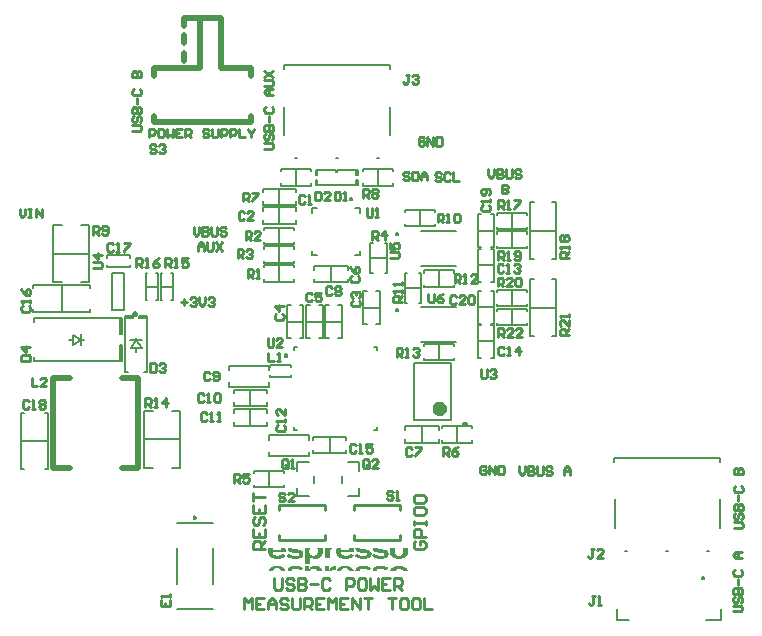
<source format=gbr>
%FSTAX23Y23*%
%MOIN*%
%SFA1B1*%

%IPPOS*%
%ADD71C,0.007874*%
%ADD72C,0.009842*%
%ADD73C,0.023622*%
%ADD74C,0.005000*%
%ADD75C,0.005906*%
%ADD76C,0.019685*%
%ADD77C,0.010000*%
%LNpcb_power_measurement_legend_top-1*%
%LPD*%
G36*
X03203Y01889D02*
X03209D01*
Y01888*
X03212*
Y01887*
X03214*
Y01886*
X03216*
Y01885*
X03218*
Y01884*
X03219*
Y01883*
X0322*
Y01882*
X03221*
Y01881*
Y01881*
X03222*
Y0188*
X03223*
Y01879*
X03224*
Y01878*
Y01877*
X03225*
Y01876*
Y01875*
X03226*
Y01874*
Y01873*
X03211*
Y01874*
Y01875*
X0321*
Y01876*
Y01877*
X03209*
Y01878*
X03207*
Y01879*
X03206*
Y0188*
X03203*
Y01881*
X03192*
Y0188*
X0319*
Y01879*
X03188*
Y01878*
X03187*
Y01877*
X03186*
Y01876*
X03185*
Y01875*
Y01874*
X03185*
Y01873*
X0317*
Y01874*
Y01875*
X03171*
Y01876*
Y01877*
X03172*
Y01878*
Y01879*
X03173*
Y0188*
X03174*
Y01881*
X03175*
Y01881*
X03176*
Y01882*
X03177*
Y01883*
X03178*
Y01884*
X03179*
Y01885*
X03181*
Y01886*
X03183*
Y01887*
X03185*
Y01888*
X03188*
Y01889*
X03193*
Y0189*
X03203*
Y01889*
G37*
G36*
X03226Y01947D02*
X03227D01*
Y01946*
Y01945*
Y01944*
Y01943*
X03228*
Y01942*
Y01941*
Y0194*
Y01939*
Y01938*
Y01937*
Y01936*
Y01935*
Y01934*
X03184*
Y01933*
X03185*
Y01933*
Y01932*
Y01931*
Y0193*
X03185*
Y01929*
X03186*
Y01928*
Y01927*
X03187*
Y01926*
X03189*
Y01925*
X0319*
Y01924*
X03193*
Y01923*
X03206*
Y01924*
X03208*
Y01925*
X0321*
Y01926*
X03211*
Y01927*
X03213*
Y01928*
X03214*
Y01929*
Y0193*
X03216*
Y01929*
X03218*
Y01928*
X0322*
Y01927*
X03221*
Y01926*
X03224*
Y01925*
X03226*
Y01924*
Y01923*
X03225*
Y01922*
X03224*
Y01921*
X03223*
Y0192*
X03222*
Y01919*
X03221*
Y01918*
X0322*
Y01917*
X03219*
Y01916*
X03217*
Y01916*
X03216*
Y01915*
X03213*
Y01914*
X0321*
Y01913*
X03205*
Y01912*
X03192*
Y01913*
X03187*
Y01914*
X03185*
Y01915*
X03183*
Y01916*
X03181*
Y01916*
X03179*
Y01917*
X03178*
Y01918*
X03177*
Y01919*
X03175*
Y0192*
X03174*
Y01921*
Y01922*
X03173*
Y01923*
X03172*
Y01924*
X03171*
Y01925*
Y01926*
X0317*
Y01927*
Y01928*
Y01929*
X03169*
Y0193*
Y01931*
Y01932*
Y01933*
Y01933*
Y01934*
Y01935*
Y01936*
Y01937*
Y01938*
Y01939*
Y0194*
Y01941*
Y01942*
Y01943*
Y01944*
Y01945*
Y01946*
Y01947*
Y01948*
X03185*
Y01947*
Y01946*
Y01945*
X03184*
Y01944*
Y01943*
X03212*
Y01944*
Y01945*
Y01946*
Y01947*
X03211*
Y01948*
X03226*
Y01947*
G37*
G36*
X03264Y01889D02*
X03271D01*
Y01888*
X03274*
Y01887*
X03276*
Y01886*
X03278*
Y01885*
X0328*
Y01884*
X03282*
Y01883*
X03283*
Y01882*
X03285*
Y01881*
Y01881*
X03284*
Y0188*
X03283*
Y01879*
X03282*
Y01878*
X03281*
Y01877*
X0328*
Y01876*
X03279*
Y01875*
X03278*
Y01874*
X03277*
Y01875*
X03275*
Y01876*
X03274*
Y01877*
X03272*
Y01878*
X0327*
Y01879*
X03265*
Y0188*
X03251*
Y01879*
X03249*
Y01878*
X03248*
Y01877*
X03247*
Y01876*
Y01875*
Y01874*
X03248*
Y01873*
X03233*
Y01874*
Y01875*
Y01876*
Y01877*
Y01878*
X03234*
Y01879*
Y0188*
Y01881*
X03235*
Y01881*
X03236*
Y01882*
X03237*
Y01883*
X03237*
Y01884*
X03238*
Y01885*
X03239*
Y01886*
X03241*
Y01887*
X03244*
Y01888*
X03247*
Y01889*
X03253*
Y0189*
X03264*
Y01889*
G37*
G36*
X03248Y01947D02*
X03249D01*
Y01946*
X03253*
Y01945*
X0326*
Y01944*
X03269*
Y01943*
X03273*
Y01942*
X03276*
Y01941*
X03278*
Y0194*
X0328*
Y01939*
X03282*
Y01938*
X03283*
Y01937*
Y01936*
X03284*
Y01935*
X03285*
Y01934*
Y01933*
Y01933*
X03286*
Y01932*
Y01931*
Y0193*
Y01929*
Y01928*
Y01927*
Y01926*
Y01925*
Y01924*
X03285*
Y01923*
Y01922*
X03284*
Y01921*
Y0192*
X03283*
Y01919*
X03282*
Y01918*
X03281*
Y01917*
X0328*
Y01916*
X03278*
Y01916*
X03277*
Y01915*
X03274*
Y01914*
X03272*
Y01913*
X03267*
Y01912*
X03253*
Y01913*
X03247*
Y01914*
X03244*
Y01915*
X03241*
Y01916*
X03239*
Y01916*
X03237*
Y01917*
X03236*
Y01918*
X03235*
Y01919*
X03234*
Y0192*
X03232*
Y01921*
X03231*
Y01922*
X0323*
Y01923*
X03231*
Y01924*
X03232*
Y01925*
X03233*
Y01926*
X03235*
Y01927*
X03236*
Y01928*
X03237*
Y01929*
X03237*
Y0193*
X03239*
Y01929*
X0324*
Y01928*
X03241*
Y01927*
X03242*
Y01926*
X03244*
Y01925*
X03246*
Y01924*
X03249*
Y01923*
X03254*
Y01922*
X03267*
Y01923*
X0327*
Y01924*
X03271*
Y01925*
X03272*
Y01926*
Y01927*
Y01928*
Y01929*
Y0193*
X03271*
Y01931*
X03269*
Y01932*
X03264*
Y01933*
X03255*
Y01933*
X03249*
Y01934*
X03244*
Y01935*
X03242*
Y01936*
X03239*
Y01937*
X03238*
Y01938*
X03237*
Y01939*
X03236*
Y0194*
Y01941*
X03235*
Y01942*
X03234*
Y01943*
Y01944*
Y01945*
X03233*
Y01946*
Y01947*
Y01948*
X03248*
Y01947*
G37*
G36*
X0333Y01889D02*
X03335D01*
Y01888*
X03337*
Y01887*
X03339*
Y01886*
X03341*
Y01885*
X03342*
Y01884*
X03342*
Y01883*
X03343*
Y01882*
X03344*
Y01881*
X03345*
Y01881*
X03346*
Y0188*
X03347*
Y01879*
Y01878*
X03348*
Y01877*
Y01876*
X03349*
Y01875*
Y01874*
Y01873*
X03331*
Y01874*
Y01875*
X0333*
Y01876*
X03329*
Y01877*
X03327*
Y01878*
X03325*
Y01879*
X03314*
Y01878*
X03312*
Y01877*
X0331*
Y01876*
X03309*
Y01875*
X03308*
Y01874*
Y01873*
X0329*
Y01874*
Y01875*
Y01876*
Y01877*
Y01878*
Y01879*
Y0188*
Y01881*
Y01881*
Y01882*
Y01883*
Y01884*
Y01885*
Y01886*
Y01887*
Y01888*
X03306*
Y01887*
Y01886*
Y01885*
Y01884*
Y01883*
Y01882*
Y01881*
Y01881*
Y0188*
X03307*
Y01881*
X03307*
Y01881*
X03308*
Y01882*
Y01883*
X03309*
Y01884*
X03311*
Y01885*
X03312*
Y01886*
X03314*
Y01887*
X03316*
Y01888*
X03318*
Y01889*
X03323*
Y0189*
X0333*
Y01889*
G37*
G36*
X0335Y01947D02*
Y01946D01*
Y01945*
Y01944*
X03351*
Y01943*
Y01942*
Y01941*
Y0194*
Y01939*
Y01938*
Y01937*
Y01936*
Y01935*
Y01934*
Y01933*
Y01933*
X0335*
Y01932*
Y01931*
Y0193*
Y01929*
X03349*
Y01928*
Y01927*
Y01926*
X03348*
Y01925*
Y01924*
X03347*
Y01923*
X03346*
Y01922*
Y01921*
X03345*
Y0192*
X03344*
Y01919*
X03343*
Y01918*
X03342*
Y01917*
X03342*
Y01916*
X03341*
Y01916*
X03339*
Y01915*
X03337*
Y01914*
X03334*
Y01913*
X03331*
Y01912*
X03321*
Y01913*
X03317*
Y01914*
X03315*
Y01915*
X03313*
Y01916*
X03311*
Y01916*
X0331*
Y01917*
X03309*
Y01918*
X03308*
Y01919*
X03307*
Y0192*
X03307*
Y01919*
Y01918*
Y01917*
Y01916*
Y01916*
Y01915*
Y01914*
Y01913*
Y01912*
Y01911*
Y0191*
Y01909*
Y01908*
Y01907*
Y01906*
Y01905*
Y01904*
Y01903*
Y01902*
Y01901*
Y019*
Y01899*
Y01899*
Y01898*
Y01897*
Y01896*
Y01895*
Y01894*
X0329*
Y01895*
Y01896*
Y01897*
Y01898*
Y01899*
Y01899*
Y019*
Y01901*
Y01902*
Y01903*
Y01904*
Y01905*
Y01906*
Y01907*
Y01908*
Y01909*
Y0191*
Y01911*
Y01912*
Y01913*
Y01914*
Y01915*
Y01916*
Y01916*
Y01917*
Y01918*
Y01919*
Y0192*
Y01921*
Y01922*
Y01923*
Y01924*
Y01925*
Y01926*
Y01927*
Y01928*
Y01929*
Y0193*
Y01931*
Y01932*
Y01933*
Y01933*
Y01934*
Y01935*
Y01936*
Y01937*
Y01938*
Y01939*
Y0194*
Y01941*
Y01942*
Y01943*
Y01944*
Y01945*
Y01946*
Y01947*
Y01948*
X03307*
Y01947*
Y01946*
X03307*
Y01945*
Y01944*
Y01943*
X03306*
Y01942*
Y01941*
Y0194*
Y01939*
Y01938*
Y01937*
Y01936*
Y01935*
Y01934*
Y01933*
X03307*
Y01933*
Y01932*
Y01931*
X03307*
Y0193*
Y01929*
X03308*
Y01928*
Y01927*
X03309*
Y01926*
X0331*
Y01925*
X03312*
Y01924*
X03314*
Y01923*
X03319*
Y01922*
X03321*
Y01923*
X03325*
Y01924*
X03327*
Y01925*
X03329*
Y01926*
X0333*
Y01927*
X03331*
Y01928*
Y01929*
X03332*
Y0193*
Y01931*
X03333*
Y01932*
Y01933*
Y01933*
X03334*
Y01934*
Y01935*
Y01936*
Y01937*
Y01938*
Y01939*
Y0194*
Y01941*
Y01942*
Y01943*
X03333*
Y01944*
Y01945*
Y01946*
X03332*
Y01947*
Y01948*
X0335*
Y01947*
G37*
G36*
X03394Y01889D02*
Y01888D01*
Y01887*
Y01886*
Y01885*
Y01884*
Y01883*
Y01882*
Y01881*
Y01881*
Y0188*
Y01879*
Y01878*
Y01877*
Y01876*
Y01875*
X03385*
Y01874*
X03382*
Y01873*
X03358*
Y01874*
Y01875*
Y01876*
Y01877*
Y01878*
Y01879*
Y0188*
Y01881*
Y01881*
Y01882*
Y01883*
Y01884*
Y01885*
Y01886*
Y01887*
Y01888*
X03372*
Y01887*
Y01886*
Y01885*
Y01884*
Y01883*
Y01882*
Y01881*
Y01881*
Y0188*
Y01879*
Y01878*
Y01877*
Y01876*
Y01875*
X03374*
Y01876*
Y01877*
Y01878*
X03375*
Y01879*
Y0188*
X03376*
Y01881*
Y01881*
X03377*
Y01882*
X03377*
Y01883*
X03378*
Y01884*
X03379*
Y01885*
X0338*
Y01886*
X03381*
Y01887*
X03383*
Y01888*
X03386*
Y01889*
X03391*
Y0189*
X03394*
Y01889*
G37*
G36*
X0338Y01947D02*
X03379D01*
Y01946*
X03377*
Y01945*
Y01944*
X03377*
Y01943*
X03376*
Y01942*
Y01941*
X03375*
Y0194*
Y01939*
Y01938*
Y01937*
X03374*
Y01936*
Y01935*
Y01934*
Y01933*
Y01933*
Y01932*
Y01931*
Y0193*
Y01929*
Y01928*
Y01927*
Y01926*
Y01925*
Y01924*
Y01923*
Y01922*
Y01921*
Y0192*
Y01919*
Y01918*
Y01917*
Y01916*
Y01916*
Y01915*
Y01914*
X03358*
Y01915*
Y01916*
Y01916*
Y01917*
Y01918*
Y01919*
Y0192*
Y01921*
Y01922*
Y01923*
Y01924*
Y01925*
Y01926*
Y01927*
Y01928*
Y01929*
Y0193*
Y01931*
Y01932*
Y01933*
Y01933*
Y01934*
Y01935*
Y01936*
Y01937*
Y01938*
Y01939*
Y0194*
Y01941*
Y01942*
Y01943*
Y01944*
Y01945*
Y01946*
Y01947*
Y01948*
X0338*
Y01947*
G37*
G36*
X0343Y01889D02*
X03436D01*
Y01888*
X03439*
Y01887*
X03441*
Y01886*
X03443*
Y01885*
X03445*
Y01884*
X03446*
Y01883*
X03447*
Y01882*
X03448*
Y01881*
X03449*
Y01881*
Y0188*
X0345*
Y01879*
X03451*
Y01878*
Y01877*
X03452*
Y01876*
Y01875*
X03453*
Y01874*
Y01873*
X03438*
Y01874*
Y01875*
X03437*
Y01876*
Y01877*
X03436*
Y01878*
X03435*
Y01879*
X03433*
Y0188*
X0343*
Y01881*
X03419*
Y0188*
X03417*
Y01879*
X03415*
Y01878*
X03414*
Y01877*
X03413*
Y01876*
X03412*
Y01875*
Y01874*
X03412*
Y01873*
X03397*
Y01874*
Y01875*
X03398*
Y01876*
Y01877*
X03399*
Y01878*
Y01879*
X034*
Y0188*
X03401*
Y01881*
X03402*
Y01881*
X03403*
Y01882*
X03404*
Y01883*
X03405*
Y01884*
X03406*
Y01885*
X03408*
Y01886*
X0341*
Y01887*
X03412*
Y01888*
X03415*
Y01889*
X0342*
Y0189*
X0343*
Y01889*
G37*
G36*
X03454Y01947D02*
Y01946D01*
Y01945*
Y01944*
Y01943*
X03455*
Y01942*
Y01941*
Y0194*
Y01939*
Y01938*
Y01937*
Y01936*
Y01935*
Y01934*
X03411*
Y01933*
X03412*
Y01933*
Y01932*
Y01931*
X03412*
Y0193*
Y01929*
X03413*
Y01928*
Y01927*
X03414*
Y01926*
X03416*
Y01925*
X03417*
Y01924*
X0342*
Y01923*
X03433*
Y01924*
X03435*
Y01925*
X03437*
Y01926*
X03438*
Y01927*
X0344*
Y01928*
X03441*
Y01929*
Y0193*
X03443*
Y01929*
X03445*
Y01928*
X03447*
Y01927*
X03449*
Y01926*
X03451*
Y01925*
X03453*
Y01924*
Y01923*
X03452*
Y01922*
X03451*
Y01921*
X0345*
Y0192*
X03449*
Y01919*
X03448*
Y01918*
X03447*
Y01917*
X03446*
Y01916*
X03444*
Y01916*
X03443*
Y01915*
X0344*
Y01914*
X03437*
Y01913*
X03432*
Y01912*
X03419*
Y01913*
X03415*
Y01914*
X03412*
Y01915*
X0341*
Y01916*
X03408*
Y01916*
X03406*
Y01917*
X03405*
Y01918*
X03404*
Y01919*
X03402*
Y0192*
X03401*
Y01921*
Y01922*
X034*
Y01923*
X03399*
Y01924*
X03398*
Y01925*
Y01926*
X03397*
Y01927*
Y01928*
Y01929*
X03396*
Y0193*
Y01931*
Y01932*
X03395*
Y01933*
Y01933*
Y01934*
Y01935*
Y01936*
Y01937*
Y01938*
Y01939*
Y0194*
Y01941*
Y01942*
Y01943*
Y01944*
X03396*
Y01945*
Y01946*
Y01947*
X03397*
Y01948*
X03412*
Y01947*
Y01946*
Y01945*
X03411*
Y01944*
Y01943*
X03439*
Y01944*
Y01945*
Y01946*
Y01947*
X03438*
Y01948*
X03454*
Y01947*
G37*
G36*
X03491Y01889D02*
X03497D01*
Y01888*
X035*
Y01887*
X03503*
Y01886*
X03505*
Y01885*
X03507*
Y01884*
X03508*
Y01883*
X0351*
Y01882*
X03511*
Y01881*
X03512*
Y01881*
X03511*
Y0188*
X0351*
Y01879*
X03509*
Y01878*
X03508*
Y01877*
X03507*
Y01876*
X03506*
Y01875*
X03505*
Y01874*
X03503*
Y01875*
X03502*
Y01876*
X035*
Y01877*
X03499*
Y01878*
X03496*
Y01879*
X03492*
Y0188*
X03478*
Y01879*
X03475*
Y01878*
X03474*
Y01877*
Y01876*
Y01875*
Y01874*
Y01873*
X03459*
Y01874*
Y01875*
Y01876*
X0346*
Y01877*
Y01878*
Y01879*
Y0188*
X03461*
Y01881*
X03462*
Y01881*
Y01882*
X03463*
Y01883*
X03464*
Y01884*
X03464*
Y01885*
X03466*
Y01886*
X03468*
Y01887*
X0347*
Y01888*
X03474*
Y01889*
X03479*
Y0189*
X03491*
Y01889*
G37*
G36*
X03475Y01947D02*
X03476D01*
Y01946*
X03479*
Y01945*
X03486*
Y01944*
X03495*
Y01943*
X035*
Y01942*
X03503*
Y01941*
X03505*
Y0194*
X03507*
Y01939*
X03508*
Y01938*
X03509*
Y01937*
X0351*
Y01936*
X03511*
Y01935*
Y01934*
X03512*
Y01933*
Y01933*
Y01932*
Y01931*
X03513*
Y0193*
Y01929*
Y01928*
Y01927*
X03512*
Y01926*
Y01925*
Y01924*
Y01923*
X03511*
Y01922*
Y01921*
X0351*
Y0192*
Y01919*
X03509*
Y01918*
X03508*
Y01917*
X03506*
Y01916*
X03505*
Y01916*
X03503*
Y01915*
X03501*
Y01914*
X03499*
Y01913*
X03494*
Y01912*
X0348*
Y01913*
X03474*
Y01914*
X0347*
Y01915*
X03467*
Y01916*
X03465*
Y01916*
X03464*
Y01917*
X03463*
Y01918*
X03461*
Y01919*
X0346*
Y0192*
X03459*
Y01921*
X03458*
Y01922*
X03457*
Y01923*
X03458*
Y01924*
X03459*
Y01925*
X0346*
Y01926*
X03461*
Y01927*
X03462*
Y01928*
X03464*
Y01929*
X03464*
Y0193*
X03465*
Y01929*
X03466*
Y01928*
X03467*
Y01927*
X03469*
Y01926*
X03471*
Y01925*
X03473*
Y01924*
X03476*
Y01923*
X0348*
Y01922*
X03493*
Y01923*
X03496*
Y01924*
X03497*
Y01925*
X03498*
Y01926*
Y01927*
Y01928*
Y01929*
Y0193*
X03497*
Y01931*
X03495*
Y01932*
X0349*
Y01933*
X03482*
Y01933*
X03475*
Y01934*
X03471*
Y01935*
X03468*
Y01936*
X03466*
Y01937*
X03464*
Y01938*
X03464*
Y01939*
X03463*
Y0194*
X03462*
Y01941*
X03461*
Y01942*
Y01943*
X0346*
Y01944*
Y01945*
Y01946*
Y01947*
X03459*
Y01948*
X03475*
Y01947*
G37*
G36*
X03549Y01889D02*
X03554D01*
Y01888*
X03558*
Y01887*
X03561*
Y01886*
X03563*
Y01885*
X03565*
Y01884*
X03567*
Y01883*
X03568*
Y01882*
X03569*
Y01881*
X03569*
Y01881*
X03569*
Y0188*
X03568*
Y01879*
X03567*
Y01878*
X03566*
Y01877*
X03565*
Y01876*
X03564*
Y01875*
X03563*
Y01874*
X03562*
Y01875*
X0356*
Y01876*
X03558*
Y01877*
X03556*
Y01878*
X03553*
Y01879*
X0355*
Y0188*
X03535*
Y01879*
X03533*
Y01878*
X03532*
Y01877*
Y01876*
Y01875*
Y01874*
Y01873*
X03517*
Y01874*
Y01875*
X03517*
Y01876*
Y01877*
Y01878*
Y01879*
X03518*
Y0188*
Y01881*
X03519*
Y01881*
Y01882*
X0352*
Y01883*
X03521*
Y01884*
X03522*
Y01885*
X03524*
Y01886*
X03526*
Y01887*
X03528*
Y01888*
X03532*
Y01889*
X03537*
Y0189*
X03549*
Y01889*
G37*
G36*
X03533Y01947D02*
X03534D01*
Y01946*
X03536*
Y01945*
X03544*
Y01944*
X03552*
Y01943*
X03558*
Y01942*
X03561*
Y01941*
X03563*
Y0194*
X03565*
Y01939*
X03566*
Y01938*
X03567*
Y01937*
X03568*
Y01936*
X03569*
Y01935*
Y01934*
X03569*
Y01933*
Y01933*
Y01932*
X0357*
Y01931*
Y0193*
Y01929*
Y01928*
Y01927*
Y01926*
X03569*
Y01925*
Y01924*
Y01923*
X03569*
Y01922*
Y01921*
X03568*
Y0192*
Y01919*
X03567*
Y01918*
X03566*
Y01917*
X03565*
Y01916*
X03563*
Y01916*
X03561*
Y01915*
X03559*
Y01914*
X03556*
Y01913*
X03551*
Y01912*
X03537*
Y01913*
X03532*
Y01914*
X03528*
Y01915*
X03526*
Y01916*
X03523*
Y01916*
X03521*
Y01917*
X0352*
Y01918*
X03518*
Y01919*
X03517*
Y0192*
X03517*
Y01921*
X03516*
Y01922*
X03515*
Y01923*
X03516*
Y01924*
X03517*
Y01925*
X03517*
Y01926*
X03518*
Y01927*
X03519*
Y01928*
X03521*
Y01929*
X03522*
Y0193*
X03523*
Y01929*
X03524*
Y01928*
X03526*
Y01927*
X03527*
Y01926*
X03529*
Y01925*
X03531*
Y01924*
X03534*
Y01923*
X03537*
Y01922*
X03551*
Y01923*
X03553*
Y01924*
X03555*
Y01925*
Y01926*
Y01927*
Y01928*
Y01929*
Y0193*
X03554*
Y01931*
X03552*
Y01932*
X03548*
Y01933*
X0354*
Y01933*
X03533*
Y01934*
X03529*
Y01935*
X03526*
Y01936*
X03524*
Y01937*
X03522*
Y01938*
X03521*
Y01939*
X0352*
Y0194*
X03519*
Y01941*
X03518*
Y01942*
Y01943*
X03517*
Y01944*
Y01945*
Y01946*
Y01947*
Y01948*
X03533*
Y01947*
G37*
G36*
X0361Y01889D02*
X03615D01*
Y01888*
X03618*
Y01887*
X03621*
Y01886*
X03622*
Y01885*
X03624*
Y01884*
X03625*
Y01883*
X03627*
Y01882*
X03628*
Y01881*
X03629*
Y01881*
X0363*
Y0188*
Y01879*
X03631*
Y01878*
X03632*
Y01877*
Y01876*
X03633*
Y01875*
Y01874*
X03634*
Y01873*
X03617*
Y01874*
X03616*
Y01875*
X03615*
Y01876*
X03614*
Y01877*
X03612*
Y01878*
X0361*
Y01879*
X03599*
Y01878*
X03597*
Y01877*
X03595*
Y01876*
X03594*
Y01875*
X03593*
Y01874*
Y01873*
X03575*
Y01874*
X03576*
Y01875*
Y01876*
X03577*
Y01877*
Y01878*
X03578*
Y01879*
X03579*
Y0188*
Y01881*
X0358*
Y01881*
X03581*
Y01882*
X03583*
Y01883*
X03584*
Y01884*
X03585*
Y01885*
X03586*
Y01886*
X03588*
Y01887*
X03591*
Y01888*
X03594*
Y01889*
X03599*
Y0189*
X0361*
Y01889*
G37*
G36*
X03634Y01947D02*
X03635D01*
Y01946*
Y01945*
Y01944*
Y01943*
Y01942*
X03636*
Y01941*
Y0194*
Y01939*
Y01938*
Y01937*
Y01936*
Y01935*
Y01934*
X03635*
Y01933*
Y01933*
Y01932*
Y01931*
Y0193*
X03634*
Y01929*
Y01928*
X03633*
Y01927*
Y01926*
X03632*
Y01925*
Y01924*
X03631*
Y01923*
X0363*
Y01922*
Y01921*
X03629*
Y0192*
X03628*
Y01919*
X03627*
Y01918*
X03625*
Y01917*
X03624*
Y01916*
X03622*
Y01916*
X03621*
Y01915*
X03619*
Y01914*
X03616*
Y01913*
X03611*
Y01912*
X03598*
Y01913*
X03594*
Y01914*
X0359*
Y01915*
X03588*
Y01916*
X03586*
Y01916*
X03585*
Y01917*
X03584*
Y01918*
X03582*
Y01919*
X03581*
Y0192*
X0358*
Y01921*
X03579*
Y01922*
Y01923*
X03578*
Y01924*
X03577*
Y01925*
Y01926*
X03576*
Y01927*
Y01928*
X03575*
Y01929*
Y0193*
X03574*
Y01931*
Y01932*
Y01933*
Y01933*
Y01934*
X03573*
Y01935*
Y01936*
Y01937*
Y01938*
Y01939*
Y0194*
Y01941*
Y01942*
X03574*
Y01943*
Y01944*
Y01945*
Y01946*
X03575*
Y01947*
Y01948*
X03592*
Y01947*
X03591*
Y01946*
Y01945*
Y01944*
Y01943*
X0359*
Y01942*
Y01941*
Y0194*
Y01939*
Y01938*
Y01937*
Y01936*
Y01935*
Y01934*
Y01933*
X03591*
Y01933*
Y01932*
Y01931*
Y0193*
X03592*
Y01929*
X03593*
Y01928*
Y01927*
X03594*
Y01926*
X03595*
Y01925*
X03597*
Y01924*
X03598*
Y01923*
X03603*
Y01922*
X03606*
Y01923*
X03611*
Y01924*
X03613*
Y01925*
X03614*
Y01926*
X03615*
Y01927*
X03616*
Y01928*
X03617*
Y01929*
Y0193*
X03618*
Y01931*
Y01932*
Y01933*
Y01933*
X03619*
Y01934*
Y01935*
Y01936*
Y01937*
Y01938*
Y01939*
Y0194*
Y01941*
Y01942*
Y01943*
X03618*
Y01944*
Y01945*
Y01946*
Y01947*
X03617*
Y01948*
X03634*
Y01947*
G37*
G54D71*
X04621Y01848D02*
D01*
X04621Y01848*
X04621Y01848*
X04621Y01848*
X04621Y01849*
X04621Y01849*
X0462Y01849*
X0462Y0185*
X0462Y0185*
X0462Y0185*
X0462Y0185*
X0462Y0185*
X04619Y01851*
X04619Y01851*
X04619Y01851*
X04619Y01851*
X04619Y01851*
X04618Y01851*
X04618Y01851*
X04618Y01851*
X04618Y01852*
X04617Y01852*
X04617Y01852*
X04617*
X04616Y01852*
X04616Y01852*
X04616Y01851*
X04616Y01851*
X04615Y01851*
X04615Y01851*
X04615Y01851*
X04615Y01851*
X04614Y01851*
X04614Y01851*
X04614Y0185*
X04614Y0185*
X04614Y0185*
X04614Y0185*
X04613Y0185*
X04613Y01849*
X04613Y01849*
X04613Y01849*
X04613Y01848*
X04613Y01848*
X04613Y01848*
X04613Y01848*
X04613Y01847*
X04613Y01847*
X04613Y01847*
X04613Y01847*
X04613Y01846*
X04613Y01846*
X04613Y01846*
X04614Y01846*
X04614Y01845*
X04614Y01845*
X04614Y01845*
X04614Y01845*
X04614Y01845*
X04615Y01844*
X04615Y01844*
X04615Y01844*
X04615Y01844*
X04616Y01844*
X04616Y01844*
X04616Y01844*
X04616Y01844*
X04617Y01844*
X04617*
X04617Y01844*
X04618Y01844*
X04618Y01844*
X04618Y01844*
X04618Y01844*
X04619Y01844*
X04619Y01844*
X04619Y01844*
X04619Y01845*
X04619Y01845*
X0462Y01845*
X0462Y01845*
X0462Y01845*
X0462Y01846*
X0462Y01846*
X0462Y01846*
X04621Y01846*
X04621Y01847*
X04621Y01847*
X04621Y01847*
X04621Y01847*
X04621Y01848*
X03602Y02743D02*
D01*
X03602Y02743*
X03602Y02744*
X03602Y02744*
X03602Y02744*
X03602Y02744*
X03602Y02745*
X03602Y02745*
X03602Y02745*
X03602Y02745*
X03601Y02746*
X03601Y02746*
X03601Y02746*
X03601Y02746*
X03601Y02746*
X036Y02746*
X036Y02747*
X036Y02747*
X036Y02747*
X03599Y02747*
X03599Y02747*
X03599Y02747*
X03598Y02747*
X03598*
X03598Y02747*
X03598Y02747*
X03597Y02747*
X03597Y02747*
X03597Y02747*
X03597Y02747*
X03596Y02746*
X03596Y02746*
X03596Y02746*
X03596Y02746*
X03596Y02746*
X03595Y02746*
X03595Y02745*
X03595Y02745*
X03595Y02745*
X03595Y02745*
X03595Y02744*
X03595Y02744*
X03594Y02744*
X03594Y02744*
X03594Y02743*
X03594Y02743*
X03594Y02743*
X03594Y02743*
X03594Y02742*
X03595Y02742*
X03595Y02742*
X03595Y02741*
X03595Y02741*
X03595Y02741*
X03595Y02741*
X03595Y02741*
X03596Y0274*
X03596Y0274*
X03596Y0274*
X03596Y0274*
X03596Y0274*
X03597Y0274*
X03597Y02739*
X03597Y02739*
X03597Y02739*
X03598Y02739*
X03598Y02739*
X03598Y02739*
X03598*
X03599Y02739*
X03599Y02739*
X03599Y02739*
X036Y02739*
X036Y02739*
X036Y0274*
X036Y0274*
X03601Y0274*
X03601Y0274*
X03601Y0274*
X03601Y0274*
X03601Y02741*
X03602Y02741*
X03602Y02741*
X03602Y02741*
X03602Y02741*
X03602Y02742*
X03602Y02742*
X03602Y02742*
X03602Y02743*
X03602Y02743*
X03602Y02743*
Y02996D02*
D01*
X03602Y02996*
X03602Y02997*
X03602Y02997*
X03602Y02997*
X03602Y02997*
X03602Y02998*
X03602Y02998*
X03602Y02998*
X03602Y02998*
X03601Y02999*
X03601Y02999*
X03601Y02999*
X03601Y02999*
X03601Y02999*
X036Y02999*
X036Y03*
X036Y03*
X036Y03*
X03599Y03*
X03599Y03*
X03599Y03*
X03598Y03*
X03598*
X03598Y03*
X03598Y03*
X03597Y03*
X03597Y03*
X03597Y03*
X03597Y03*
X03596Y02999*
X03596Y02999*
X03596Y02999*
X03596Y02999*
X03596Y02999*
X03595Y02999*
X03595Y02998*
X03595Y02998*
X03595Y02998*
X03595Y02998*
X03595Y02997*
X03595Y02997*
X03594Y02997*
X03594Y02997*
X03594Y02996*
X03594Y02996*
X03594Y02996*
X03594Y02996*
X03594Y02995*
X03595Y02995*
X03595Y02995*
X03595Y02994*
X03595Y02994*
X03595Y02994*
X03595Y02994*
X03595Y02994*
X03596Y02993*
X03596Y02993*
X03596Y02993*
X03596Y02993*
X03596Y02993*
X03597Y02993*
X03597Y02992*
X03597Y02992*
X03597Y02992*
X03598Y02992*
X03598Y02992*
X03598Y02992*
X03598*
X03599Y02992*
X03599Y02992*
X03599Y02992*
X036Y02992*
X036Y02992*
X036Y02993*
X036Y02993*
X03601Y02993*
X03601Y02993*
X03601Y02993*
X03601Y02993*
X03601Y02994*
X03602Y02994*
X03602Y02994*
X03602Y02994*
X03602Y02994*
X03602Y02995*
X03602Y02995*
X03602Y02995*
X03602Y02996*
X03602Y02996*
X03602Y02996*
X03232Y0259D02*
D01*
X03232Y0259*
X03232Y02591*
X03232Y02591*
X03232Y02591*
X03232Y02591*
X03231Y02592*
X03231Y02592*
X03231Y02592*
X03231Y02592*
X03231Y02593*
X03231Y02593*
X0323Y02593*
X0323Y02593*
X0323Y02593*
X0323Y02593*
X0323Y02594*
X03229Y02594*
X03229Y02594*
X03229Y02594*
X03229Y02594*
X03228Y02594*
X03228Y02594*
X03228*
X03227Y02594*
X03227Y02594*
X03227Y02594*
X03227Y02594*
X03226Y02594*
X03226Y02594*
X03226Y02593*
X03226Y02593*
X03225Y02593*
X03225Y02593*
X03225Y02593*
X03225Y02593*
X03225Y02592*
X03225Y02592*
X03224Y02592*
X03224Y02592*
X03224Y02591*
X03224Y02591*
X03224Y02591*
X03224Y02591*
X03224Y0259*
X03224Y0259*
X03224Y0259*
X03224Y0259*
X03224Y02589*
X03224Y02589*
X03224Y02589*
X03224Y02588*
X03224Y02588*
X03225Y02588*
X03225Y02588*
X03225Y02588*
X03225Y02587*
X03225Y02587*
X03225Y02587*
X03226Y02587*
X03226Y02587*
X03226Y02587*
X03226Y02586*
X03227Y02586*
X03227Y02586*
X03227Y02586*
X03227Y02586*
X03228Y02586*
X03228*
X03228Y02586*
X03229Y02586*
X03229Y02586*
X03229Y02586*
X03229Y02586*
X0323Y02587*
X0323Y02587*
X0323Y02587*
X0323Y02587*
X0323Y02587*
X03231Y02587*
X03231Y02588*
X03231Y02588*
X03231Y02588*
X03231Y02588*
X03231Y02588*
X03232Y02589*
X03232Y02589*
X03232Y02589*
X03232Y0259*
X03232Y0259*
X03232Y0259*
X03448Y03112D02*
D01*
X03448Y03112*
X03448Y03112*
X03448Y03113*
X03448Y03113*
X03448Y03113*
X03448Y03113*
X03447Y03114*
X03447Y03114*
X03447Y03114*
X03447Y03114*
X03447Y03115*
X03447Y03115*
X03446Y03115*
X03446Y03115*
X03446Y03115*
X03446Y03115*
X03445Y03116*
X03445Y03116*
X03445Y03116*
X03445Y03116*
X03444Y03116*
X03444Y03116*
X03444*
X03444Y03116*
X03443Y03116*
X03443Y03116*
X03443Y03116*
X03443Y03116*
X03442Y03115*
X03442Y03115*
X03442Y03115*
X03442Y03115*
X03441Y03115*
X03441Y03115*
X03441Y03114*
X03441Y03114*
X03441Y03114*
X03441Y03114*
X0344Y03113*
X0344Y03113*
X0344Y03113*
X0344Y03113*
X0344Y03112*
X0344Y03112*
X0344Y03112*
X0344Y03112*
X0344Y03111*
X0344Y03111*
X0344Y03111*
X0344Y03111*
X0344Y0311*
X03441Y0311*
X03441Y0311*
X03441Y0311*
X03441Y03109*
X03441Y03109*
X03441Y03109*
X03442Y03109*
X03442Y03109*
X03442Y03108*
X03442Y03108*
X03443Y03108*
X03443Y03108*
X03443Y03108*
X03443Y03108*
X03444Y03108*
X03444Y03108*
X03444*
X03444Y03108*
X03445Y03108*
X03445Y03108*
X03445Y03108*
X03445Y03108*
X03446Y03108*
X03446Y03108*
X03446Y03109*
X03446Y03109*
X03447Y03109*
X03447Y03109*
X03447Y03109*
X03447Y0311*
X03447Y0311*
X03447Y0311*
X03448Y0311*
X03448Y03111*
X03448Y03111*
X03448Y03111*
X03448Y03111*
X03448Y03112*
X03448Y03112*
X02927Y0205D02*
D01*
X02927Y0205*
X02927Y02051*
X02927Y02051*
X02927Y02051*
X02927Y02052*
X02927Y02052*
X02927Y02052*
X02927Y02052*
X02927Y02053*
X02927Y02053*
X02926Y02053*
X02926Y02053*
X02926Y02053*
X02926Y02053*
X02925Y02054*
X02925Y02054*
X02925Y02054*
X02925Y02054*
X02924Y02054*
X02924Y02054*
X02924Y02054*
X02924Y02054*
X02923*
X02923Y02054*
X02923Y02054*
X02923Y02054*
X02922Y02054*
X02922Y02054*
X02922Y02054*
X02922Y02054*
X02921Y02053*
X02921Y02053*
X02921Y02053*
X02921Y02053*
X0292Y02053*
X0292Y02053*
X0292Y02052*
X0292Y02052*
X0292Y02052*
X0292Y02052*
X0292Y02051*
X0292Y02051*
X0292Y02051*
X0292Y0205*
X0292Y0205*
X0292Y0205*
X0292Y0205*
X0292Y02049*
X0292Y02049*
X0292Y02049*
X0292Y02049*
X0292Y02048*
X0292Y02048*
X0292Y02048*
X0292Y02048*
X02921Y02047*
X02921Y02047*
X02921Y02047*
X02921Y02047*
X02922Y02047*
X02922Y02047*
X02922Y02047*
X02922Y02046*
X02923Y02046*
X02923Y02046*
X02923Y02046*
X02923Y02046*
X02924*
X02924Y02046*
X02924Y02046*
X02924Y02046*
X02925Y02046*
X02925Y02047*
X02925Y02047*
X02925Y02047*
X02926Y02047*
X02926Y02047*
X02926Y02047*
X02926Y02047*
X02927Y02048*
X02927Y02048*
X02927Y02048*
X02927Y02048*
X02927Y02049*
X02927Y02049*
X02927Y02049*
X02927Y02049*
X02927Y0205*
X02927Y0205*
X02927Y0205*
X04677Y0171D02*
Y01747D01*
X0433Y0171D02*
Y01747D01*
X04627Y0171D02*
X04677D01*
X0433D02*
X04371D01*
X04323Y02014D02*
Y02111D01*
X04674Y02014D02*
Y02111D01*
X04322Y0225D02*
X04674D01*
Y02235D02*
Y0225D01*
X04322Y02235D02*
Y0225D01*
X04495Y01939D02*
X04498D01*
X04502*
X04359Y01939D02*
X04362D01*
X04365*
X04635D02*
X04638D01*
X04632D02*
X04635D01*
X02847Y02217D02*
X02875D01*
Y02406*
X02847D02*
X02875D01*
X02756D02*
X02784D01*
X02756Y02217D02*
Y02406D01*
Y02217D02*
X02784D01*
X02756Y02311D02*
X02875D01*
X02506Y02643D02*
X02518D01*
X02546D02*
X02554D01*
X02518Y02624D02*
Y02659D01*
Y02624D02*
X02546Y02643D01*
X02518Y02659D02*
X02546Y02643D01*
Y02624D02*
Y02663D01*
X02388Y02714D02*
X0268D01*
X02388Y02701D02*
Y02714D01*
X0268Y02663D02*
Y02714D01*
X02388Y02572D02*
Y02585D01*
X02674Y02663D02*
X0268D01*
X02674D02*
Y02714D01*
Y02572D02*
Y02624D01*
X0268*
X02388Y02572D02*
X0268D01*
Y02624*
X02649Y02742D02*
Y02864D01*
X02688Y02742D02*
Y02864D01*
X02649D02*
X02688D01*
X02649Y02742D02*
X02688D01*
X02707Y02642D02*
X02747D01*
X02711Y02615D02*
X02727Y02642D01*
X02747Y02615*
X02711D02*
X02747D01*
X02727Y02642D02*
Y0265D01*
Y02603D02*
Y02615D01*
X02452Y03024D02*
X0248D01*
X02452Y02835D02*
Y03024D01*
Y02835D02*
X0248D01*
X02543D02*
X0257D01*
Y03024*
X02543D02*
X0257D01*
X02452Y0293D02*
X0257D01*
X0332Y02166D02*
Y02189D01*
X03265Y02121D02*
X03303D01*
X03265D02*
Y0215D01*
Y02205D02*
Y02235D01*
X03303*
X03415Y02166D02*
Y02189D01*
X03433Y02235D02*
X0347D01*
Y02205D02*
Y02235D01*
Y02121D02*
Y0215D01*
X03433Y02121D02*
X0347D01*
X03778Y02375D02*
Y02567D01*
X03656Y02375D02*
Y02567D01*
Y02375D02*
X03778D01*
X03656Y02567D02*
X03778D01*
X03531Y03248D02*
X03534D01*
X03537*
X03261D02*
X03264D01*
X03258D02*
X03261D01*
X03397D02*
X03401D01*
X03393D02*
X03397D01*
X03221Y03544D02*
Y03559D01*
X03573Y03544D02*
Y03559D01*
X03221D02*
X03573D01*
X03573Y03324D02*
Y0342D01*
X03222Y03324D02*
Y0342D01*
G54D72*
X02728Y02729D02*
D01*
X02728Y02729*
X02728Y0273*
X02728Y0273*
X02728Y0273*
X02728Y02731*
X02727Y02731*
X02727Y02731*
X02727Y02731*
X02727Y02732*
X02727Y02732*
X02726Y02732*
X02726Y02732*
X02726Y02733*
X02726Y02733*
X02725Y02733*
X02725Y02733*
X02725Y02733*
X02724Y02734*
X02724Y02734*
X02724Y02734*
X02723Y02734*
X02723Y02734*
X02723*
X02722Y02734*
X02722Y02734*
X02722Y02734*
X02721Y02734*
X02721Y02733*
X02721Y02733*
X0272Y02733*
X0272Y02733*
X0272Y02733*
X0272Y02732*
X02719Y02732*
X02719Y02732*
X02719Y02732*
X02719Y02731*
X02719Y02731*
X02718Y02731*
X02718Y02731*
X02718Y0273*
X02718Y0273*
X02718Y0273*
X02718Y02729*
X02718Y02729*
X02718Y02728*
X02718Y02728*
X02718Y02728*
X02718Y02727*
X02718Y02727*
X02718Y02727*
X02719Y02727*
X02719Y02726*
X02719Y02726*
X02719Y02726*
X02719Y02725*
X0272Y02725*
X0272Y02725*
X0272Y02725*
X0272Y02725*
X02721Y02724*
X02721Y02724*
X02721Y02724*
X02722Y02724*
X02722Y02724*
X02722Y02724*
X02723Y02724*
X02723*
X02723Y02724*
X02724Y02724*
X02724Y02724*
X02724Y02724*
X02725Y02724*
X02725Y02724*
X02725Y02725*
X02726Y02725*
X02726Y02725*
X02726Y02725*
X02726Y02725*
X02727Y02726*
X02727Y02726*
X02727Y02726*
X02727Y02727*
X02727Y02727*
X02728Y02727*
X02728Y02727*
X02728Y02728*
X02728Y02728*
X02728Y02728*
X02728Y02729*
X03828Y02362D02*
D01*
X03828Y02363*
X03828Y02363*
X03828Y02364*
X03828Y02364*
X03828Y02364*
X03828Y02364*
X03828Y02365*
X03827Y02365*
X03827Y02365*
X03827Y02366*
X03827Y02366*
X03827Y02366*
X03826Y02366*
X03826Y02367*
X03826Y02367*
X03825Y02367*
X03825Y02367*
X03825Y02367*
X03825Y02367*
X03824Y02367*
X03824Y02367*
X03823Y02367*
X03823*
X03823Y02367*
X03822Y02367*
X03822Y02367*
X03822Y02367*
X03821Y02367*
X03821Y02367*
X03821Y02367*
X03821Y02367*
X0382Y02366*
X0382Y02366*
X0382Y02366*
X0382Y02366*
X03819Y02365*
X03819Y02365*
X03819Y02365*
X03819Y02364*
X03819Y02364*
X03819Y02364*
X03819Y02364*
X03818Y02363*
X03818Y02363*
X03818Y02362*
X03818Y02362*
X03818Y02362*
X03819Y02361*
X03819Y02361*
X03819Y02361*
X03819Y0236*
X03819Y0236*
X03819Y0236*
X03819Y0236*
X0382Y02359*
X0382Y02359*
X0382Y02359*
X0382Y02359*
X03821Y02358*
X03821Y02358*
X03821Y02358*
X03821Y02358*
X03822Y02358*
X03822Y02358*
X03822Y02358*
X03823Y02358*
X03823Y02358*
X03823*
X03824Y02358*
X03824Y02358*
X03825Y02358*
X03825Y02358*
X03825Y02358*
X03825Y02358*
X03826Y02358*
X03826Y02358*
X03826Y02359*
X03827Y02359*
X03827Y02359*
X03827Y02359*
X03827Y0236*
X03827Y0236*
X03828Y0236*
X03828Y0236*
X03828Y02361*
X03828Y02361*
X03828Y02361*
X03828Y02362*
X03828Y02362*
X03828Y02362*
X03358Y01976D02*
Y01992D01*
X03205Y01976D02*
X03358D01*
X03205D02*
Y01992D01*
X03358Y02075D02*
Y02091D01*
X03205D02*
X03358D01*
X03205Y02075D02*
Y02091D01*
X03608Y01977D02*
Y01993D01*
X03455Y01977D02*
X03608D01*
X03455D02*
Y01993D01*
X03608Y02076D02*
Y02092D01*
X03455D02*
X03608D01*
X03455Y02076D02*
Y02092D01*
G54D73*
X0375Y02414D02*
D01*
X0375Y02415*
X0375Y02416*
X0375Y02416*
X0375Y02417*
X0375Y02418*
X03749Y02419*
X03749Y02419*
X03749Y0242*
X03748Y02421*
X03748Y02421*
X03747Y02422*
X03747Y02423*
X03746Y02423*
X03745Y02424*
X03745Y02424*
X03744Y02424*
X03743Y02425*
X03742Y02425*
X03742Y02425*
X03741Y02426*
X0374Y02426*
X03739Y02426*
X03738*
X03737Y02426*
X03737Y02426*
X03736Y02425*
X03735Y02425*
X03734Y02425*
X03733Y02424*
X03733Y02424*
X03732Y02424*
X03731Y02423*
X03731Y02423*
X0373Y02422*
X0373Y02421*
X03729Y02421*
X03729Y0242*
X03728Y02419*
X03728Y02419*
X03728Y02418*
X03727Y02417*
X03727Y02416*
X03727Y02416*
X03727Y02415*
X03727Y02414*
X03727Y02413*
X03727Y02412*
X03727Y02411*
X03727Y02411*
X03728Y0241*
X03728Y02409*
X03728Y02408*
X03729Y02408*
X03729Y02407*
X0373Y02406*
X0373Y02406*
X03731Y02405*
X03731Y02405*
X03732Y02404*
X03733Y02404*
X03733Y02403*
X03734Y02403*
X03735Y02403*
X03736Y02402*
X03737Y02402*
X03737Y02402*
X03738Y02402*
X03739*
X0374Y02402*
X03741Y02402*
X03742Y02402*
X03742Y02403*
X03743Y02403*
X03744Y02403*
X03745Y02404*
X03745Y02404*
X03746Y02405*
X03747Y02405*
X03747Y02406*
X03748Y02406*
X03748Y02407*
X03749Y02408*
X03749Y02408*
X03749Y02409*
X0375Y0241*
X0375Y02411*
X0375Y02411*
X0375Y02412*
X0375Y02413*
X0375Y02414*
G54D74*
X03677Y02753D02*
X03795D01*
X03677Y02635D02*
X03795D01*
X03677Y03006D02*
X03795D01*
X03677Y02888D02*
X03795D01*
X03521Y02618D02*
X03531D01*
Y02608D02*
Y02618D01*
X03521Y02342D02*
X03531D01*
Y02352*
X03255Y02342D02*
X03265D01*
X03255D02*
Y02352D01*
Y02618D02*
X03265D01*
X03255Y02608D02*
Y02618D01*
X03474Y03067D02*
Y03082D01*
X03459D02*
X03474D01*
X03316D02*
X03331D01*
X03316Y03067D02*
Y03082D01*
X03459Y02925D02*
X03474D01*
Y0294*
X03316Y02925D02*
Y0294D01*
Y02925D02*
X03331D01*
X02864Y0183D02*
Y01949D01*
X02983Y0183D02*
Y01949D01*
X02864Y01747D02*
X02983D01*
X02864Y02032D02*
X02983D01*
G54D75*
X03673Y03021D02*
Y03076D01*
X03723Y03021D02*
Y03029D01*
X03623Y03021D02*
X03723D01*
X03623D02*
Y03029D01*
Y03069D02*
Y03076D01*
X03723*
Y03069D02*
Y03076D01*
X04041Y02655D02*
X04053D01*
X04041D02*
Y02844D01*
X04053*
X04116D02*
X04128D01*
Y02655D02*
Y02844D01*
X04116Y02655D02*
X04128D01*
X04041Y0275D02*
X04128D01*
X03867Y02693D02*
X03879D01*
X03867Y02583D02*
Y02693D01*
Y02583D02*
X03879D01*
X0391D02*
X03922D01*
Y02693*
X0391D02*
X03922D01*
X03867Y02638D02*
X03922D01*
X0391Y02835D02*
X03922D01*
Y02946*
X0391D02*
X03922D01*
X03867D02*
X03879D01*
X03867Y02835D02*
Y02946D01*
Y02835D02*
X03879D01*
X03867Y02891D02*
X03922D01*
X03245Y0252D02*
Y02527D01*
X03174Y0252D02*
X03245D01*
X03174D02*
Y02527D01*
Y02551D02*
Y02559D01*
X03245*
Y02551D02*
Y02559D01*
X03171Y02254D02*
Y0227D01*
Y02254D02*
X03305D01*
Y0227*
Y0231D02*
Y02325D01*
X03171D02*
X03305D01*
X03171Y0231D02*
Y02325D01*
X03787Y02623D02*
Y0263D01*
X03687D02*
X03787D01*
X03687Y02623D02*
Y0263D01*
Y02575D02*
Y02583D01*
Y02575D02*
X03787D01*
Y02583*
X03737Y02575D02*
Y0263D01*
X0391Y02952D02*
X03922D01*
Y03062*
X0391D02*
X03922D01*
X03867D02*
X03879D01*
X03867Y02952D02*
Y03062D01*
Y02952D02*
X03879D01*
X03867Y03007D02*
X03922D01*
X03318Y02265D02*
Y02277D01*
Y02265D02*
X03429D01*
Y02277*
Y02309D02*
Y0232D01*
X03318D02*
X03429D01*
X03318Y02309D02*
Y0232D01*
X03374Y02265D02*
Y0232D01*
X03867Y02806D02*
X03879D01*
X03867Y02695D02*
Y02806D01*
Y02695D02*
X03879D01*
X0391D02*
X03922D01*
Y02806*
X0391D02*
X03922D01*
X03867Y02751D02*
X03922D01*
X02425Y02213D02*
X02435D01*
Y024*
X02425D02*
X02435D01*
X02346D02*
X02356D01*
X02346Y02213D02*
Y024D01*
Y02213D02*
X02356D01*
X02346Y02307D02*
X02435D01*
X0263Y02885D02*
Y02893D01*
Y02885D02*
X02709D01*
Y02893*
Y02917D02*
Y02925D01*
X0263D02*
X02709D01*
X0263Y02917D02*
Y02925D01*
X0281Y02864D02*
X02815D01*
X0281Y02774D02*
Y02864D01*
Y02774D02*
X02815D01*
X02845D02*
X0285D01*
Y02864*
X02845D02*
X0285D01*
X0281Y02819D02*
X0285D01*
X02796Y02774D02*
X02801D01*
Y02864*
X02796D02*
X02801D01*
X02761D02*
X02766D01*
X02761Y02774D02*
Y02864D01*
Y02774D02*
X02766D01*
X02761Y02819D02*
X02801D01*
X02386Y02736D02*
Y02746D01*
Y02736D02*
X02573D01*
Y02746*
Y02814D02*
Y02824D01*
X02386D02*
X02573D01*
X02386Y02814D02*
Y02824D01*
X0248Y02736D02*
Y02824D01*
X02753Y02536D02*
X02763D01*
Y02716*
Y02721*
X02737D02*
X02763D01*
X02737Y02716D02*
Y02721D01*
Y02716D02*
X02763D01*
X02691D02*
X02717D01*
Y02721*
X02691D02*
X02717D01*
X02691Y02716D02*
Y02721D01*
Y02536D02*
Y02716D01*
Y02536D02*
X027D01*
X04041Y02913D02*
X04053D01*
X04041D02*
Y03102D01*
X04053*
X04116D02*
X04128D01*
Y02913D02*
Y03102D01*
X04116Y02913D02*
X04128D01*
X04041Y03007D02*
X04128D01*
X03981Y02949D02*
Y03004D01*
X04031Y02949D02*
Y02957D01*
X03931Y02949D02*
X04031D01*
X03931D02*
Y02957D01*
Y02997D02*
Y03004D01*
X04031*
Y02997D02*
Y03004D01*
X03981Y02754D02*
Y02809D01*
X04031Y02754D02*
Y02762D01*
X03931Y02754D02*
X04031D01*
X03931D02*
Y02762D01*
Y02802D02*
Y02809D01*
X04031*
Y02802D02*
Y02809D01*
X03981Y02691D02*
Y02746D01*
X04031Y02691D02*
Y02699D01*
X03931Y02691D02*
X04031D01*
X03931D02*
Y02699D01*
Y02739D02*
Y02746D01*
X04031*
Y02739D02*
Y02746D01*
X03624Y02817D02*
X03679D01*
X03624Y02767D02*
X03632D01*
X03624D02*
Y02867D01*
X03632*
X03672D02*
X03679D01*
Y02767D02*
Y02867D01*
X03672Y02767D02*
X03679D01*
X03738Y02819D02*
Y02874D01*
X03788Y02819D02*
Y02827D01*
X03688Y02819D02*
X03788D01*
X03688D02*
Y02827D01*
Y02867D02*
Y02874D01*
X03788*
Y02867D02*
Y02874D01*
X03981Y03012D02*
Y03067D01*
X04031Y03012D02*
Y0302D01*
X03931Y03012D02*
X04031D01*
X03931D02*
Y0302D01*
Y0306D02*
Y03067D01*
X04031*
Y0306D02*
Y03067D01*
X03171Y02151D02*
Y02206D01*
X03121Y02199D02*
Y02206D01*
X03221*
Y02199D02*
Y02206D01*
Y02151D02*
Y02159D01*
X03121Y02151D02*
X03221D01*
X03121D02*
Y02159D01*
X03626Y023D02*
Y02312D01*
Y023D02*
X03737D01*
Y02312*
Y02343D02*
Y02355D01*
X03626D02*
X03737D01*
X03626Y02343D02*
Y02355D01*
X03682Y023D02*
Y02355D01*
X03799Y023D02*
Y02355D01*
X03749Y02348D02*
Y02355D01*
X03849*
Y02348D02*
Y02355D01*
Y023D02*
Y02308D01*
X03749Y023D02*
X03849D01*
X03749D02*
Y02308D01*
X03485Y02805D02*
X03497D01*
X03485Y02694D02*
Y02805D01*
Y02694D02*
X03497D01*
X03529D02*
X0354D01*
Y02805*
X03529D02*
X0354D01*
X03485Y0275D02*
X0354D01*
X03358Y02758D02*
X0337D01*
X03358Y02648D02*
Y02758D01*
Y02648D02*
X0337D01*
X03401D02*
X03413D01*
Y02758*
X03401D02*
X03413D01*
X03358Y02703D02*
X03413D01*
X03295Y02758D02*
X03307D01*
X03295Y02648D02*
Y02758D01*
Y02648D02*
X03307D01*
X03338D02*
X0335D01*
Y02758*
X03338D02*
X0335D01*
X03295Y02703D02*
X0335D01*
X03275Y02648D02*
X03286D01*
Y02758*
X03275D02*
X03286D01*
X03231D02*
X03243D01*
X03231Y02648D02*
Y02758D01*
Y02648D02*
X03243D01*
X03231Y02703D02*
X03286D01*
X03054Y02356D02*
Y02368D01*
Y02356D02*
X03164D01*
Y02368*
Y024D02*
Y02412D01*
X03054D02*
X03164D01*
X03054Y024D02*
Y02412D01*
X03109Y02356D02*
Y02412D01*
X03053Y02422D02*
Y02434D01*
Y02422D02*
X03163D01*
Y02434*
Y02466D02*
Y02477D01*
X03053D02*
X03163D01*
X03053Y02466D02*
Y02477D01*
X03108Y02422D02*
Y02477D01*
X03172Y02541D02*
Y02557D01*
X03038D02*
X03172D01*
X03038Y02541D02*
Y02557D01*
Y02486D02*
Y02502D01*
Y02486D02*
X03172D01*
Y02502*
X03509Y02915D02*
X03564D01*
X03509Y02865D02*
X03517D01*
X03509D02*
Y02965D01*
X03517*
X03557D02*
X03564D01*
Y02865D02*
Y02965D01*
X03557Y02865D02*
X03564D01*
X03433Y02877D02*
Y02889D01*
X03322D02*
X03433D01*
X03322Y02877D02*
Y02889D01*
Y02834D02*
Y02846D01*
Y02834D02*
X03433D01*
Y02846*
X03377Y02834D02*
Y02889D01*
X03206Y02899D02*
Y02954D01*
X03156Y02947D02*
Y02954D01*
X03256*
Y02947D02*
Y02954D01*
Y02899D02*
Y02907D01*
X03156Y02899D02*
X03256D01*
X03156D02*
Y02907D01*
X03261Y03073D02*
Y03084D01*
X03151D02*
X03261D01*
X03151Y03073D02*
Y03084D01*
Y03029D02*
Y03041D01*
Y03029D02*
X03261D01*
Y03041*
X03206Y03029D02*
Y03084D01*
X03151Y03092D02*
Y03104D01*
Y03092D02*
X03261D01*
Y03104*
Y03136D02*
Y03147D01*
X03151D02*
X03261D01*
X03151Y03136D02*
Y03147D01*
X03206Y03092D02*
Y03147D01*
Y02836D02*
Y02891D01*
X03256Y02836D02*
Y02844D01*
X03156Y02836D02*
X03256D01*
X03156D02*
Y02844D01*
Y02884D02*
Y02891D01*
X03256*
Y02884D02*
Y02891D01*
X03206Y02962D02*
Y03017D01*
X03256Y02962D02*
Y0297D01*
X03156Y02962D02*
X03256D01*
X03156D02*
Y0297D01*
Y0301D02*
Y03017D01*
X03256*
Y0301D02*
Y03017D01*
X03533Y03157D02*
Y03212D01*
X03483Y03205D02*
Y03212D01*
X03583*
Y03205D02*
Y03212D01*
Y03157D02*
Y03165D01*
X03483Y03157D02*
X03583D01*
X03483D02*
Y03165D01*
X03467Y03192D02*
Y03208D01*
X03462Y03192D02*
Y03208D01*
X03399D02*
X03462D01*
X03399Y03203D02*
Y03208D01*
X03462Y03158D02*
X03467D01*
X03462Y03174D02*
X03467D01*
Y03158D02*
Y03174D01*
X03462Y03158D02*
Y03174D01*
X03399Y03158D02*
X03462D01*
X03399D02*
Y03163D01*
X03462Y03208D02*
X03467D01*
X03462Y03192D02*
X03467D01*
X03327Y03158D02*
Y03174D01*
X03332Y03158D02*
Y03174D01*
Y03158D02*
X03395D01*
Y03163*
X03327Y03208D02*
X03332D01*
X03327Y03192D02*
X03332D01*
X03327D02*
Y03208D01*
X03332Y03192D02*
Y03208D01*
X03395*
Y03203D02*
Y03208D01*
X03327Y03158D02*
X03332D01*
X03327Y03174D02*
X03332D01*
X03261Y03157D02*
Y03212D01*
X03211Y03205D02*
Y03212D01*
X03311*
Y03205D02*
Y03212D01*
Y03157D02*
Y03165D01*
X03211Y03157D02*
X03311D01*
X03211D02*
Y03165D01*
G54D76*
X02681Y02516D02*
X02736D01*
Y02217D02*
Y02516D01*
X02681Y02217D02*
X02736D01*
X02452Y02516D02*
X02507D01*
X02452Y02217D02*
Y02516D01*
Y02217D02*
X02507D01*
X02889Y03573D02*
Y036D01*
Y03632D02*
Y03659D01*
Y0369D02*
Y03716D01*
X02941*
X0294Y03698D02*
Y03715D01*
X02787Y03523D02*
Y03548D01*
X0294*
Y03715*
X02941Y03716D02*
X03011D01*
Y03548D02*
Y03716D01*
Y03548D02*
X0311D01*
Y03523D02*
Y03548D01*
X02787Y03368D02*
Y0339D01*
Y03368D02*
X0311D01*
Y0339*
G54D77*
X02771Y03318D02*
Y03347D01*
X02785*
X0279Y03342*
Y03332*
X02785Y03327*
X02771*
X02815Y03347D02*
X02805D01*
X028Y03342*
Y03322*
X02805Y03318*
X02815*
X0282Y03322*
Y03342*
X02815Y03347*
X0283D02*
Y03318D01*
X0284Y03327*
X0285Y03318*
Y03347*
X0288D02*
X0286D01*
Y03318*
X0288*
X0286Y03332D02*
X0287D01*
X0289Y03318D02*
Y03347D01*
X02905*
X0291Y03342*
Y03332*
X02905Y03327*
X0289*
X029D02*
X0291Y03318D01*
X0297Y03342D02*
X02965Y03347D01*
X02955*
X0295Y03342*
Y03337*
X02955Y03332*
X02965*
X0297Y03327*
Y03322*
X02965Y03318*
X02955*
X0295Y03322*
X0298Y03347D02*
Y03322D01*
X02985Y03318*
X02995*
X03Y03322*
Y03347*
X0301Y03318D02*
Y03347D01*
X03025*
X0303Y03342*
Y03332*
X03025Y03327*
X0301*
X0304Y03318D02*
Y03347D01*
X03055*
X0306Y03342*
Y03332*
X03055Y03327*
X0304*
X0307Y03347D02*
Y03318D01*
X0309*
X031Y03347D02*
Y03342D01*
X0311Y03332*
X0312Y03342*
Y03347*
X0311Y03332D02*
Y03318D01*
X03155Y0328D02*
X0318D01*
X03185Y03284*
Y03294*
X0318Y03299*
X03155*
X0316Y03329D02*
X03155Y03324D01*
Y03314*
X0316Y03309*
X03165*
X0317Y03314*
Y03324*
X03175Y03329*
X0318*
X03185Y03324*
Y03314*
X0318Y03309*
X03155Y03339D02*
X03185D01*
Y03354*
X0318Y03359*
X03175*
X0317Y03354*
Y03339*
Y03354*
X03165Y03359*
X0316*
X03155Y03354*
Y03339*
X0317Y03369D02*
Y03389D01*
X0316Y03419D02*
X03155Y03414D01*
Y03404*
X0316Y03399*
X0318*
X03185Y03404*
Y03414*
X0318Y03419*
X03185Y03459D02*
X03165D01*
X03155Y03469*
X03165Y03479*
X03185*
X0317*
Y03459*
X03155Y03489D02*
X0318D01*
X03185Y03494*
Y03504*
X0318Y03509*
X03155*
Y03519D02*
X03185Y03539D01*
X03155D02*
X03185Y03519D01*
X02716Y03339D02*
X02741D01*
X02746Y03343*
Y03353*
X02741Y03358*
X02716*
X02721Y03388D02*
X02716Y03383D01*
Y03373*
X02721Y03368*
X02726*
X02731Y03373*
Y03383*
X02736Y03388*
X02741*
X02746Y03383*
Y03373*
X02741Y03368*
X02716Y03398D02*
X02746D01*
Y03413*
X02741Y03418*
X02736*
X02731Y03413*
Y03398*
Y03413*
X02726Y03418*
X02721*
X02716Y03413*
Y03398*
X02731Y03428D02*
Y03448D01*
X02721Y03478D02*
X02716Y03473D01*
Y03463*
X02721Y03458*
X02741*
X02746Y03463*
Y03473*
X02741Y03478*
X02716Y03518D02*
X02746D01*
Y03533*
X02741Y03538*
X02736*
X02731Y03533*
Y03518*
Y03533*
X02726Y03538*
X02721*
X02716Y03533*
Y03518*
X03224Y02128D02*
X03219Y02133D01*
X03209*
X03205Y02128*
Y02123*
X03209Y02118*
X03219*
X03224Y02113*
Y02108*
X03219Y02104*
X03209*
X03205Y02108*
X03254Y02104D02*
X03234D01*
X03254Y02123*
Y02128*
X03249Y02133*
X03239*
X03234Y02128*
X03583Y02134D02*
X03578Y02139D01*
X03568*
X03563Y02134*
Y02129*
X03568Y02124*
X03578*
X03583Y02119*
Y02114*
X03578Y0211*
X03568*
X03563Y02114*
X03593Y0211D02*
X03603D01*
X03598*
Y02139*
X03593Y02134*
X03689Y03314D02*
X03684Y03319D01*
X03674*
X0367Y03314*
Y03294*
X03674Y0329*
X03684*
X03689Y03294*
Y03304*
X03679*
X03699Y0329D02*
Y03319D01*
X03719Y0329*
Y03319*
X03729D02*
Y0329D01*
X03744*
X03749Y03294*
Y03314*
X03744Y03319*
X03729*
X03745Y03197D02*
X0374Y03202D01*
X0373*
X03726Y03197*
Y03192*
X0373Y03187*
X0374*
X03745Y03182*
Y03177*
X0374Y03173*
X0373*
X03726Y03177*
X03775Y03197D02*
X0377Y03202D01*
X0376*
X03755Y03197*
Y03177*
X0376Y03173*
X0377*
X03775Y03177*
X03785Y03202D02*
Y03173D01*
X03805*
X03638Y03198D02*
X03633Y03203D01*
X03623*
X03619Y03198*
Y03193*
X03623Y03188*
X03633*
X03638Y03183*
Y03178*
X03633Y03174*
X03623*
X03619Y03178*
X03648Y03203D02*
Y03174D01*
X03663*
X03668Y03178*
Y03198*
X03663Y03203*
X03648*
X03678Y03174D02*
Y03193D01*
X03688Y03203*
X03698Y03193*
Y03174*
Y03188*
X03678*
X03948Y0316D02*
Y03131D01*
X03962*
X03967Y03135*
Y0314*
X03962Y03145*
X03948*
X03962*
X03967Y0315*
Y03155*
X03962Y0316*
X03948*
X04257Y0179D02*
X04247D01*
X04252*
Y01765*
X04247Y0176*
X04242*
X04238Y01765*
X04267Y0176D02*
X04277D01*
X04272*
Y0179*
X04267Y01785*
X03702Y02797D02*
Y02772D01*
X03707Y02768*
X03717*
X03722Y02772*
Y02797*
X03752D02*
X03742Y02792D01*
X03732Y02782*
Y02772*
X03737Y02768*
X03747*
X03752Y02772*
Y02777*
X03747Y02782*
X03732*
X03089Y01744D02*
Y01783D01*
X03102Y0177*
X03116Y01783*
Y01744*
X03156Y01783D02*
X03129D01*
Y01744*
X03156*
X03129Y01763D02*
X03142D01*
X03169Y01744D02*
Y0177D01*
X03182Y01783*
X03196Y0177*
Y01744*
Y01763*
X03169*
X03236Y01777D02*
X03229Y01783D01*
X03216*
X03209Y01777*
Y0177*
X03216Y01763*
X03229*
X03236Y01757*
Y0175*
X03229Y01744*
X03216*
X03209Y0175*
X03249Y01783D02*
Y0175D01*
X03256Y01744*
X03269*
X03276Y0175*
Y01783*
X03289Y01744D02*
Y01783D01*
X03309*
X03316Y01777*
Y01763*
X03309Y01757*
X03289*
X03302D02*
X03316Y01744D01*
X03356Y01783D02*
X03329D01*
Y01744*
X03356*
X03329Y01763D02*
X03342D01*
X03369Y01744D02*
Y01783D01*
X03382Y0177*
X03396Y01783*
Y01744*
X03436Y01783D02*
X03409D01*
Y01744*
X03436*
X03409Y01763D02*
X03422D01*
X03449Y01744D02*
Y01783D01*
X03476Y01744*
Y01783*
X03489D02*
X03516D01*
X03502*
Y01744*
X03569Y01783D02*
X03596D01*
X03582*
Y01744*
X03629Y01783D02*
X03615D01*
X03609Y01777*
Y0175*
X03615Y01744*
X03629*
X03635Y0175*
Y01777*
X03629Y01783*
X03669D02*
X03655D01*
X03649Y01777*
Y0175*
X03655Y01744*
X03669*
X03675Y0175*
Y01777*
X03669Y01783*
X03689D02*
Y01744D01*
X03715*
X03189Y01849D02*
Y01816D01*
X03196Y0181*
X03209*
X03216Y01816*
Y01849*
X03256Y01843D02*
X03249Y01849D01*
X03236*
X03229Y01843*
Y01836*
X03236Y01829*
X03249*
X03256Y01823*
Y01816*
X03249Y0181*
X03236*
X03229Y01816*
X03269Y01849D02*
Y0181D01*
X03289*
X03296Y01816*
Y01823*
X03289Y01829*
X03269*
X03289*
X03296Y01836*
Y01843*
X03289Y01849*
X03269*
X03309Y01829D02*
X03336D01*
X03376Y01843D02*
X03369Y01849D01*
X03356*
X03349Y01843*
Y01816*
X03356Y0181*
X03369*
X03376Y01816*
X03429Y0181D02*
Y01849D01*
X03449*
X03456Y01843*
Y01829*
X03449Y01823*
X03429*
X03489Y01849D02*
X03476D01*
X03469Y01843*
Y01816*
X03476Y0181*
X03489*
X03496Y01816*
Y01843*
X03489Y01849*
X03509D02*
Y0181D01*
X03522Y01823*
X03536Y0181*
Y01849*
X03576D02*
X03549D01*
Y0181*
X03576*
X03549Y01829D02*
X03562D01*
X03589Y0181D02*
Y01849D01*
X03609*
X03615Y01843*
Y01829*
X03609Y01823*
X03589*
X03602D02*
X03615Y0181D01*
X02934Y0294D02*
Y02959D01*
X02943Y02969*
X02953Y02959*
Y0294*
Y02954*
X02934*
X02963Y02969D02*
Y02944D01*
X02968Y0294*
X02978*
X02983Y02944*
Y02969*
X02993D02*
X03013Y0294D01*
Y02969D02*
X02993Y0294D01*
X03895Y02218D02*
X0389Y02223D01*
X0388*
X03876Y02218*
Y02198*
X0388Y02194*
X0389*
X03895Y02198*
Y02208*
X03885*
X03905Y02194D02*
Y02223D01*
X03925Y02194*
Y02223*
X03935D02*
Y02194D01*
X0395*
X03955Y02198*
Y02218*
X0395Y02223*
X03935*
X02879Y02769D02*
X02898D01*
X02888Y02779D02*
Y02759D01*
X02908Y02779D02*
X02913Y02784D01*
X02923*
X02928Y02779*
Y02774*
X02923Y02769*
X02918*
X02923*
X02928Y02764*
Y02759*
X02923Y02755*
X02913*
X02908Y02759*
X02938Y02784D02*
Y02764D01*
X02948Y02755*
X02958Y02764*
Y02784*
X02968Y02779D02*
X02973Y02784D01*
X02983*
X02988Y02779*
Y02774*
X02983Y02769*
X02978*
X02983*
X02988Y02764*
Y02759*
X02983Y02755*
X02973*
X02968Y02759*
X03901Y03211D02*
Y03191D01*
X0391Y03182*
X0392Y03191*
Y03211*
X0393D02*
Y03182D01*
X03945*
X0395Y03186*
Y03191*
X03945Y03196*
X0393*
X03945*
X0395Y03201*
Y03206*
X03945Y03211*
X0393*
X0396D02*
Y03186D01*
X03965Y03182*
X03975*
X0398Y03186*
Y03211*
X0401Y03206D02*
X04005Y03211D01*
X03995*
X0399Y03206*
Y03201*
X03995Y03196*
X04005*
X0401Y03191*
Y03186*
X04005Y03182*
X03995*
X0399Y03186*
X0234Y0308D02*
Y0306D01*
X02349Y03051*
X02359Y0306*
Y0308*
X02369D02*
X02379D01*
X02374*
Y03051*
X02369*
X02379*
X02394D02*
Y0308D01*
X02414Y03051*
Y0308*
X04005Y02222D02*
Y02202D01*
X04014Y02193*
X04024Y02202*
Y02222*
X04034D02*
Y02193D01*
X04049*
X04054Y02197*
Y02202*
X04049Y02207*
X04034*
X04049*
X04054Y02212*
Y02217*
X04049Y02222*
X04034*
X04064D02*
Y02197D01*
X04069Y02193*
X04079*
X04084Y02197*
Y02222*
X04114Y02217D02*
X04109Y02222D01*
X04099*
X04094Y02217*
Y02212*
X04099Y02207*
X04109*
X04114Y02202*
Y02197*
X04109Y02193*
X04099*
X04094Y02197*
X04154Y02193D02*
Y02212D01*
X04164Y02222*
X04174Y02212*
Y02193*
Y02207*
X04154*
X04721Y02016D02*
X04746D01*
X04751Y0202*
Y0203*
X04746Y02035*
X04721*
X04726Y02065D02*
X04721Y0206D01*
Y0205*
X04726Y02045*
X04731*
X04736Y0205*
Y0206*
X04741Y02065*
X04746*
X04751Y0206*
Y0205*
X04746Y02045*
X04721Y02075D02*
X04751D01*
Y0209*
X04746Y02095*
X04741*
X04736Y0209*
Y02075*
Y0209*
X04731Y02095*
X04726*
X04721Y0209*
Y02075*
X04736Y02105D02*
Y02125D01*
X04726Y02155D02*
X04721Y0215D01*
Y0214*
X04726Y02135*
X04746*
X04751Y0214*
Y0215*
X04746Y02155*
X04721Y02195D02*
X04751D01*
Y0221*
X04746Y02215*
X04741*
X04736Y0221*
Y02195*
Y0221*
X04731Y02215*
X04726*
X04721Y0221*
Y02195*
X04718Y01738D02*
X04743D01*
X04748Y01742*
Y01752*
X04743Y01757*
X04718*
X04723Y01787D02*
X04718Y01782D01*
Y01772*
X04723Y01767*
X04728*
X04733Y01772*
Y01782*
X04738Y01787*
X04743*
X04748Y01782*
Y01772*
X04743Y01767*
X04718Y01797D02*
X04748D01*
Y01812*
X04743Y01817*
X04738*
X04733Y01812*
Y01797*
Y01812*
X04728Y01817*
X04723*
X04718Y01812*
Y01797*
X04733Y01827D02*
Y01847D01*
X04723Y01877D02*
X04718Y01872D01*
Y01862*
X04723Y01857*
X04743*
X04748Y01862*
Y01872*
X04743Y01877*
X04748Y01917D02*
X04728D01*
X04718Y01927*
X04728Y01937*
X04748*
X04733*
Y01917*
X0292Y03019D02*
Y02999D01*
X02929Y02989*
X02939Y02999*
Y03019*
X02949D02*
Y02989D01*
X02964*
X02969Y02994*
Y02999*
X02964Y03004*
X02949*
X02964*
X02969Y03009*
Y03014*
X02964Y03019*
X02949*
X02979D02*
Y02994D01*
X02984Y02989*
X02994*
X02999Y02994*
Y03019*
X03029Y03014D02*
X03024Y03019D01*
X03014*
X03009Y03014*
Y03009*
X03014Y03004*
X03024*
X03029Y02999*
Y02994*
X03024Y02989*
X03014*
X03009Y02994*
X03157Y01945D02*
X03117D01*
Y01964*
X03123Y01971*
X03137*
X03143Y01964*
Y01945*
Y01958D02*
X03157Y01971D01*
X03117Y02011D02*
Y01984D01*
X03157*
Y02011*
X03137Y01984D02*
Y01998D01*
X03123Y02051D02*
X03117Y02044D01*
Y02031*
X03123Y02024*
X0313*
X03137Y02031*
Y02044*
X03143Y02051*
X0315*
X03157Y02044*
Y02031*
X0315Y02024*
X03117Y02091D02*
Y02064D01*
X03157*
Y02091*
X03137Y02064D02*
Y02078D01*
X03117Y02104D02*
Y02131D01*
Y02118*
X03157*
X03659Y01973D02*
X03653Y01966D01*
Y01953*
X03659Y01947*
X03686*
X03693Y01953*
Y01966*
X03686Y01973*
X03673*
Y0196*
X03693Y01986D02*
X03653D01*
Y02006*
X03659Y02013*
X03673*
X03679Y02006*
Y01986*
X03653Y02026D02*
Y0204D01*
Y02033*
X03693*
Y02026*
Y0204*
X03653Y0208D02*
Y02066D01*
X03659Y0206*
X03686*
X03693Y02066*
Y0208*
X03686Y02086*
X03659*
X03653Y0208*
X03659Y021D02*
X03653Y02106D01*
Y0212*
X03659Y02126*
X03686*
X03693Y0212*
Y02106*
X03686Y021*
X03659*
X04254Y01946D02*
X04244D01*
X04249*
Y01921*
X04244Y01917*
X04239*
X04235Y01921*
X04284Y01917D02*
X04264D01*
X04284Y01936*
Y01941*
X04279Y01946*
X04269*
X04264Y01941*
X03497Y03081D02*
Y03056D01*
X03501Y03052*
X03511*
X03516Y03056*
Y03081*
X03526Y03052D02*
X03536D01*
X03531*
Y03081*
X03526Y03076*
X03597Y02587D02*
Y02616D01*
X03611*
X03616Y02611*
Y02601*
X03611Y02596*
X03597*
X03606D02*
X03616Y02587D01*
X03626D02*
X03636D01*
X03631*
Y02616*
X03626Y02611*
X03651D02*
X03656Y02616D01*
X03666*
X03671Y02611*
Y02606*
X03666Y02601*
X03661*
X03666*
X03671Y02596*
Y02591*
X03666Y02587*
X03656*
X03651Y02591*
X03167Y02648D02*
Y02623D01*
X03171Y02619*
X03181*
X03186Y02623*
Y02648*
X03216Y02619D02*
X03196D01*
X03216Y02638*
Y02643*
X03211Y02648*
X03201*
X03196Y02643*
X0238Y02517D02*
Y02488D01*
X02399*
X02429D02*
X02409D01*
X02429Y02507*
Y02512*
X02424Y02517*
X02414*
X02409Y02512*
X03795Y02786D02*
X0379Y02791D01*
X0378*
X03776Y02786*
Y02766*
X0378Y02762*
X0379*
X03795Y02766*
X03825Y02762D02*
X03805D01*
X03825Y02781*
Y02786*
X0382Y02791*
X0381*
X03805Y02786*
X03835D02*
X0384Y02791D01*
X0385*
X03855Y02786*
Y02766*
X0385Y02762*
X0384*
X03835Y02766*
Y02786*
X03884Y03091D02*
X03879Y03086D01*
Y03076*
X03884Y03072*
X03904*
X03909Y03076*
Y03086*
X03904Y03091*
X03909Y03101D02*
Y03111D01*
Y03106*
X03879*
X03884Y03101*
X03904Y03126D02*
X03909Y03131D01*
Y03141*
X03904Y03146*
X03884*
X03879Y03141*
Y03131*
X03884Y03126*
X03889*
X03894Y03131*
Y03146*
X0346Y02291D02*
X03455Y02296D01*
X03445*
X03441Y02291*
Y02271*
X03445Y02267*
X03455*
X0346Y02271*
X0347Y02267D02*
X0348D01*
X03475*
Y02296*
X0347Y02291*
X03515Y02296D02*
X03495D01*
Y02281*
X03505Y02286*
X0351*
X03515Y02281*
Y02271*
X0351Y02267*
X035*
X03495Y02271*
X03576Y02917D02*
X03601D01*
X03606Y02921*
Y02931*
X03601Y02936*
X03576*
Y02966D02*
Y02946D01*
X03591*
X03586Y02956*
Y02961*
X03591Y02966*
X03601*
X03606Y02961*
Y02951*
X03601Y02946*
X02586Y02881D02*
X02611D01*
X02616Y02886*
Y02896*
X02611Y02901*
X02586*
X02616Y02926D02*
X02586D01*
X02601Y02911*
Y02931*
X03878Y02544D02*
Y02519D01*
X03882Y02515*
X03892*
X03897Y02519*
Y02544*
X03907Y02539D02*
X03912Y02544D01*
X03922*
X03927Y02539*
Y02534*
X03922Y02529*
X03917*
X03922*
X03927Y02524*
Y02519*
X03922Y02515*
X03912*
X03907Y02519*
X02793Y0329D02*
X02788Y03295D01*
X02778*
X02774Y0329*
Y03285*
X02778Y0328*
X02788*
X02793Y03275*
Y0327*
X02788Y03265*
X02778*
X02774Y0327*
X02803Y0329D02*
X02808Y03295D01*
X02818*
X02823Y0329*
Y03285*
X02818Y0328*
X02813*
X02818*
X02823Y03275*
Y0327*
X02818Y03265*
X02808*
X02803Y0327*
X03934Y02652D02*
Y02681D01*
X03948*
X03953Y02676*
Y02666*
X03948Y02661*
X03934*
X03943D02*
X03953Y02652D01*
X03983D02*
X03963D01*
X03983Y02671*
Y02676*
X03978Y02681*
X03968*
X03963Y02676*
X04013Y02652D02*
X03993D01*
X04013Y02671*
Y02676*
X04008Y02681*
X03998*
X03993Y02676*
X04171Y02658D02*
X04141D01*
Y02673*
X04146Y02678*
X04156*
X04161Y02673*
Y02658*
Y02668D02*
X04171Y02678D01*
Y02708D02*
Y02688D01*
X04151Y02708*
X04146*
X04141Y02703*
Y02693*
X04146Y02688*
X04171Y02718D02*
Y02728D01*
Y02723*
X04141*
X04146Y02718*
X03933Y02821D02*
Y0285D01*
X03947*
X03952Y02845*
Y02835*
X03947Y0283*
X03933*
X03942D02*
X03952Y02821D01*
X03982D02*
X03962D01*
X03982Y0284*
Y02845*
X03977Y0285*
X03967*
X03962Y02845*
X03992D02*
X03997Y0285D01*
X04007*
X04012Y02845*
Y02825*
X04007Y02821*
X03997*
X03992Y02825*
Y02845*
X03934Y02909D02*
Y02938D01*
X03948*
X03953Y02933*
Y02923*
X03948Y02918*
X03934*
X03943D02*
X03953Y02909D01*
X03963D02*
X03973D01*
X03968*
Y02938*
X03963Y02933*
X03988Y02913D02*
X03993Y02909D01*
X04003*
X04008Y02913*
Y02933*
X04003Y02938*
X03993*
X03988Y02933*
Y02928*
X03993Y02923*
X04008*
X0417Y02917D02*
X0414D01*
Y02932*
X04145Y02937*
X04155*
X0416Y02932*
Y02917*
Y02927D02*
X0417Y02937D01*
Y02947D02*
Y02957D01*
Y02952*
X0414*
X04145Y02947*
Y02972D02*
X0414Y02977D01*
Y02987*
X04145Y02992*
X0415*
X04155Y02987*
X0416Y02992*
X04165*
X0417Y02987*
Y02977*
X04165Y02972*
X0416*
X04155Y02977*
X0415Y02972*
X04145*
X04155Y02977D02*
Y02987D01*
X03934Y03078D02*
Y03108D01*
X03949*
X03954Y03103*
Y03093*
X03949Y03088*
X03934*
X03944D02*
X03954Y03078D01*
X03964D02*
X03974D01*
X03969*
Y03108*
X03964Y03103*
X03989Y03108D02*
X04009D01*
Y03103*
X03989Y03083*
Y03078*
X02728Y02884D02*
Y02914D01*
X02743*
X02748Y02909*
Y02899*
X02743Y02894*
X02728*
X02738D02*
X02748Y02884D01*
X02758D02*
X02768D01*
X02763*
Y02914*
X02758Y02909*
X02803Y02914D02*
X02793Y02909D01*
X02783Y02899*
Y02889*
X02788Y02884*
X02798*
X02803Y02889*
Y02894*
X02798Y02899*
X02783*
X02826Y02885D02*
Y02914D01*
X0284*
X02845Y02909*
Y02899*
X0284Y02894*
X02826*
X02835D02*
X02845Y02885D01*
X02855D02*
X02865D01*
X0286*
Y02914*
X02855Y02909*
X029Y02914D02*
X0288D01*
Y02899*
X0289Y02904*
X02895*
X029Y02899*
Y02889*
X02895Y02885*
X02885*
X0288Y02889*
X02759Y02418D02*
Y02448D01*
X02774*
X02779Y02443*
Y02433*
X02774Y02428*
X02759*
X02769D02*
X02779Y02418D01*
X02789D02*
X02799D01*
X02794*
Y02448*
X02789Y02443*
X02829Y02418D02*
Y02448D01*
X02814Y02433*
X02834*
X0379Y02833D02*
Y02862D01*
X03804*
X03809Y02857*
Y02847*
X03804Y02842*
X0379*
X03799D02*
X03809Y02833D01*
X03819D02*
X03829D01*
X03824*
Y02862*
X03819Y02857*
X03864Y02833D02*
X03844D01*
X03864Y02852*
Y02857*
X03859Y02862*
X03849*
X03844Y02857*
X03615Y0277D02*
X03585D01*
Y02784*
X0359Y02789*
X036*
X03605Y02784*
Y0277*
Y02779D02*
X03615Y02789D01*
Y02799D02*
Y02809D01*
Y02804*
X03585*
X0359Y02799*
X03615Y02824D02*
Y02834D01*
Y02829*
X03585*
X0359Y02824*
X03733Y03034D02*
Y03063D01*
X03747*
X03752Y03058*
Y03048*
X03747Y03043*
X03733*
X03742D02*
X03752Y03034D01*
X03762D02*
X03772D01*
X03767*
Y03063*
X03762Y03058*
X03787D02*
X03792Y03063D01*
X03802*
X03807Y03058*
Y03038*
X03802Y03034*
X03792*
X03787Y03038*
Y03058*
X02583Y02993D02*
Y03023D01*
X02598*
X02603Y03018*
Y03008*
X02598Y03003*
X02583*
X02593D02*
X02603Y02993D01*
X02613Y02998D02*
X02618Y02993D01*
X02628*
X02633Y02998*
Y03018*
X02628Y03023*
X02618*
X02613Y03018*
Y03013*
X02618Y03008*
X02633*
X03485Y03117D02*
Y03146D01*
X03499*
X03504Y03141*
Y03131*
X03499Y03126*
X03485*
X03494D02*
X03504Y03117D01*
X03514Y03141D02*
X03519Y03146D01*
X03529*
X03534Y03141*
Y03136*
X03529Y03131*
X03534Y03126*
Y03121*
X03529Y03117*
X03519*
X03514Y03121*
Y03126*
X03519Y03131*
X03514Y03136*
Y03141*
X03519Y03131D02*
X03529D01*
X03084Y03104D02*
Y03133D01*
X03098*
X03103Y03128*
Y03118*
X03098Y03113*
X03084*
X03093D02*
X03103Y03104D01*
X03113Y03133D02*
X03133D01*
Y03128*
X03113Y03108*
Y03104*
X03751Y02257D02*
Y02287D01*
X03766*
X03771Y02282*
Y02272*
X03766Y02267*
X03751*
X03761D02*
X03771Y02257D01*
X03801Y02287D02*
X03791Y02282D01*
X03781Y02272*
Y02262*
X03786Y02257*
X03796*
X03801Y02262*
Y02267*
X03796Y02272*
X03781*
X03053Y02167D02*
Y02197D01*
X03068*
X03073Y02192*
Y02182*
X03068Y02177*
X03053*
X03063D02*
X03073Y02167D01*
X03103Y02197D02*
X03083D01*
Y02182*
X03093Y02187*
X03098*
X03103Y02182*
Y02172*
X03098Y02167*
X03088*
X03083Y02172*
X03513Y02976D02*
Y03006D01*
X03528*
X03533Y03001*
Y02991*
X03528Y02986*
X03513*
X03523D02*
X03533Y02976D01*
X03558D02*
Y03006D01*
X03543Y02991*
X03563*
X03067Y02914D02*
Y02944D01*
X03081*
X03086Y02939*
Y02929*
X03081Y02924*
X03067*
X03076D02*
X03086Y02914D01*
X03096Y02939D02*
X03101Y02944D01*
X03111*
X03116Y02939*
Y02934*
X03111Y02929*
X03106*
X03111*
X03116Y02924*
Y02919*
X03111Y02914*
X03101*
X03096Y02919*
X03093Y02974D02*
Y03004D01*
X03107*
X03112Y02999*
Y02989*
X03107Y02984*
X03093*
X03102D02*
X03112Y02974D01*
X03142D02*
X03122D01*
X03142Y02994*
Y02999*
X03137Y03004*
X03127*
X03122Y02999*
X031Y02849D02*
Y02878D01*
X03114*
X03119Y02873*
Y02863*
X03114Y02858*
X031*
X03109D02*
X03119Y02849D01*
X03129D02*
X03139D01*
X03134*
Y02878*
X03129Y02873*
X03504Y02219D02*
Y02239D01*
X03499Y02244*
X03489*
X03485Y02239*
Y02219*
X03489Y02215*
X03499*
X03494Y02224D02*
X03504Y02215D01*
X03499D02*
X03504Y02219D01*
X03534Y02215D02*
X03514D01*
X03534Y02234*
Y02239*
X03529Y02244*
X03519*
X03514Y02239*
X03233Y02219D02*
Y02239D01*
X03228Y02244*
X03218*
X03214Y02239*
Y02219*
X03218Y02215*
X03228*
X03223Y02224D02*
X03233Y02215D01*
X03228D02*
X03233Y02219D01*
X03243Y02215D02*
X03253D01*
X03248*
Y02244*
X03243Y02239*
X03169Y026D02*
Y02571D01*
X03188*
X03198D02*
X03208D01*
X03203*
Y026*
X03198Y02595*
X03638Y03526D02*
X03628D01*
X03633*
Y03501*
X03628Y03497*
X03623*
X03619Y03501*
X03648Y03521D02*
X03653Y03526D01*
X03663*
X03668Y03521*
Y03516*
X03663Y03511*
X03658*
X03663*
X03668Y03506*
Y03501*
X03663Y03497*
X03653*
X03648Y03501*
X02811Y01775D02*
Y01755D01*
X02841*
Y01775*
X02826Y01755D02*
Y01765D01*
X02841Y01785D02*
Y01795D01*
Y0179*
X02811*
X02816Y01785*
X02345Y02573D02*
X02375D01*
Y02588*
X0237Y02593*
X0235*
X02345Y02588*
Y02573*
X02375Y02618D02*
X02345D01*
X0236Y02603*
Y02623*
X02776Y02565D02*
Y02536D01*
X0279*
X02795Y0254*
Y0256*
X0279Y02565*
X02776*
X02805Y0256D02*
X0281Y02565D01*
X0282*
X02825Y0256*
Y02555*
X0282Y0255*
X02815*
X0282*
X02825Y02545*
Y0254*
X0282Y02536*
X0281*
X02805Y0254*
X03325Y03137D02*
Y03108D01*
X03339*
X03344Y03112*
Y03132*
X03339Y03137*
X03325*
X03374Y03108D02*
X03354D01*
X03374Y03127*
Y03132*
X03369Y03137*
X03359*
X03354Y03132*
X0339Y03137D02*
Y03108D01*
X03404*
X03409Y03112*
Y03132*
X03404Y03137*
X0339*
X03419Y03108D02*
X03429D01*
X03424*
Y03137*
X03419Y03132*
X02371Y02438D02*
X02366Y02443D01*
X02356*
X02351Y02438*
Y02418*
X02356Y02413*
X02366*
X02371Y02418*
X02381Y02413D02*
X02391D01*
X02386*
Y02443*
X02381Y02438*
X02406D02*
X02411Y02443D01*
X02421*
X02426Y02438*
Y02433*
X02421Y02428*
X02426Y02423*
Y02418*
X02421Y02413*
X02411*
X02406Y02418*
Y02423*
X02411Y02428*
X02406Y02433*
Y02438*
X02411Y02428D02*
X02421D01*
X02652Y02962D02*
X02647Y02966D01*
X02637*
X02632Y02962*
Y02942*
X02637Y02937*
X02647*
X02652Y02942*
X02662Y02937D02*
X02672D01*
X02667*
Y02966*
X02662Y02962*
X02687Y02966D02*
X02707D01*
Y02962*
X02687Y02942*
Y02937*
X0235Y02757D02*
X02345Y02752D01*
Y02742*
X0235Y02737*
X0237*
X02375Y02742*
Y02752*
X0237Y02757*
X02375Y02767D02*
Y02777D01*
Y02772*
X02345*
X0235Y02767*
X02345Y02812D02*
X0235Y02802D01*
X0236Y02792*
X0237*
X02375Y02797*
Y02807*
X0237Y02812*
X02365*
X0236Y02807*
Y02792*
X03955Y02615D02*
X0395Y0262D01*
X0394*
X03936Y02615*
Y02595*
X0394Y02591*
X0395*
X03955Y02595*
X03965Y02591D02*
X03975D01*
X0397*
Y0262*
X03965Y02615*
X04005Y02591D02*
Y0262D01*
X0399Y02605*
X0401*
X03952Y02891D02*
X03947Y02896D01*
X03937*
X03933Y02891*
Y02871*
X03937Y02867*
X03947*
X03952Y02871*
X03962Y02867D02*
X03972D01*
X03967*
Y02896*
X03962Y02891*
X03987D02*
X03992Y02896D01*
X04002*
X04007Y02891*
Y02886*
X04002Y02881*
X03997*
X04002*
X04007Y02876*
Y02871*
X04002Y02867*
X03992*
X03987Y02871*
X032Y02358D02*
X03195Y02353D01*
Y02343*
X032Y02339*
X0322*
X03225Y02343*
Y02353*
X0322Y02358*
X03225Y02368D02*
Y02378D01*
Y02373*
X03195*
X032Y02368*
X03225Y02413D02*
Y02393D01*
X03205Y02413*
X032*
X03195Y02408*
Y02398*
X032Y02393*
X02964Y02397D02*
X02959Y02402D01*
X02949*
X02945Y02397*
Y02377*
X02949Y02373*
X02959*
X02964Y02377*
X02974Y02373D02*
X02984D01*
X02979*
Y02402*
X02974Y02397*
X02999Y02373D02*
X03009D01*
X03004*
Y02402*
X02999Y02397*
X02954Y02459D02*
X02949Y02464D01*
X02939*
X02935Y02459*
Y02439*
X02939Y02434*
X02949*
X02954Y02439*
X02964Y02434D02*
X02974D01*
X02969*
Y02464*
X02964Y02459*
X02989D02*
X02994Y02464D01*
X03004*
X03009Y02459*
Y02439*
X03004Y02434*
X02994*
X02989Y02439*
Y02459*
X02974Y02532D02*
X02969Y02537D01*
X02959*
X02955Y02532*
Y02512*
X02959Y02508*
X02969*
X02974Y02512*
X02984D02*
X02989Y02508D01*
X02999*
X03004Y02512*
Y02532*
X02999Y02537*
X02989*
X02984Y02532*
Y02527*
X02989Y02522*
X03004*
X0338Y02817D02*
X03375Y02822D01*
X03365*
X03361Y02817*
Y02797*
X03365Y02793*
X03375*
X0338Y02797*
X0339Y02817D02*
X03395Y02822D01*
X03405*
X0341Y02817*
Y02812*
X03405Y02807*
X0341Y02802*
Y02797*
X03405Y02793*
X03395*
X0339Y02797*
Y02802*
X03395Y02807*
X0339Y02812*
Y02817*
X03395Y02807D02*
X03405D01*
X03647Y02279D02*
X03642Y02284D01*
X03632*
X03627Y02279*
Y02259*
X03632Y02254*
X03642*
X03647Y02259*
X03657Y02284D02*
X03677D01*
Y02279*
X03657Y02259*
Y02254*
X03447Y02856D02*
X03442Y02851D01*
Y02841*
X03447Y02837*
X03467*
X03472Y02841*
Y02851*
X03467Y02856*
X03442Y02886D02*
X03447Y02876D01*
X03457Y02866*
X03467*
X03472Y02871*
Y02881*
X03467Y02886*
X03462*
X03457Y02881*
Y02866*
X03315Y02795D02*
X0331Y028D01*
X033*
X03296Y02795*
Y02775*
X033Y02771*
X0331*
X03315Y02775*
X03345Y028D02*
X03325D01*
Y02785*
X03335Y0279*
X0334*
X03345Y02785*
Y02775*
X0334Y02771*
X0333*
X03325Y02775*
X03195Y02729D02*
X0319Y02724D01*
Y02714*
X03195Y0271*
X03215*
X0322Y02714*
Y02724*
X03215Y02729*
X0322Y02754D02*
X0319D01*
X03205Y02739*
Y02759*
X0345Y02773D02*
X03445Y02768D01*
Y02758*
X0345Y02754*
X0347*
X03475Y02758*
Y02768*
X0347Y02773*
X0345Y02783D02*
X03445Y02788D01*
Y02798*
X0345Y02803*
X03455*
X0346Y02798*
Y02793*
Y02798*
X03465Y02803*
X0347*
X03475Y02798*
Y02788*
X0347Y02783*
X03089Y03066D02*
X03084Y03071D01*
X03074*
X0307Y03066*
Y03046*
X03074Y03042*
X03084*
X03089Y03046*
X03119Y03042D02*
X03099D01*
X03119Y03061*
Y03066*
X03114Y03071*
X03104*
X03099Y03066*
X0329Y03121D02*
X03285Y03126D01*
X03275*
X03271Y03121*
Y03101*
X03275Y03097*
X03285*
X0329Y03101*
X033Y03097D02*
X0331D01*
X03305*
Y03126*
X033Y03121*
M02*
</source>
